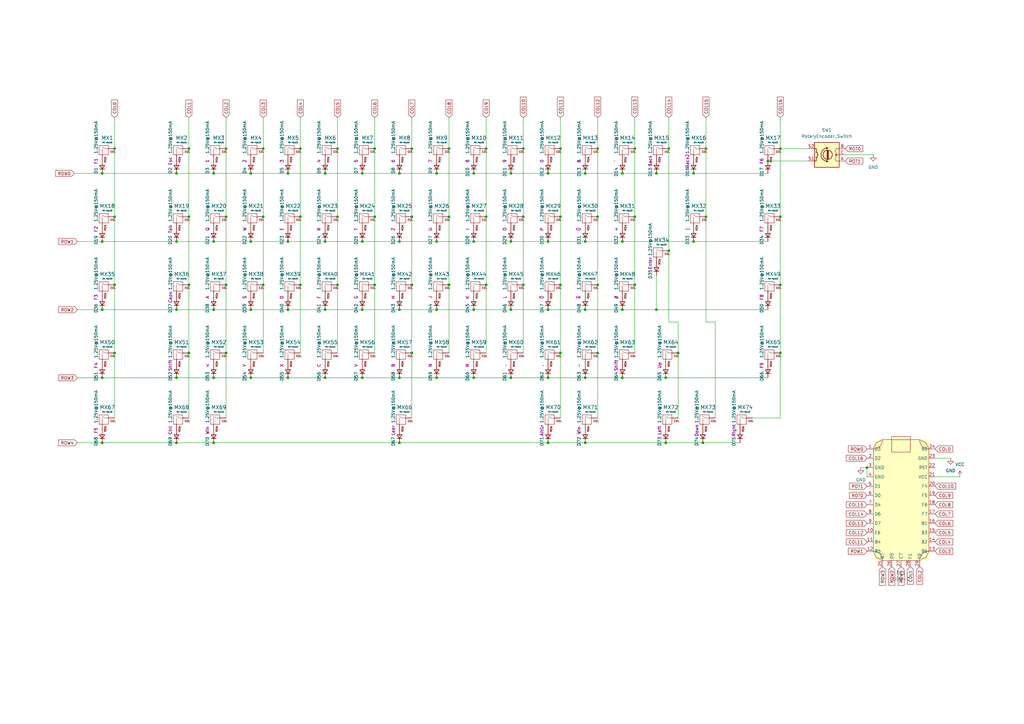
<source format=kicad_sch>
(kicad_sch (version 20211123) (generator eeschema)
  (paper "A3")
  (junction (at 278.13 144.78))
  (junction (at 168.91 144.78))
  (junction (at 168.91 60.96))
  (junction (at 148.59 127))
  (junction (at 46.99 144.78))
  (junction (at 224.79 99.06))
  (junction (at 72.39 99.06))
  (junction (at 163.83 154.94))
  (junction (at 92.71 144.78))
  (junction (at 123.19 60.96))
  (junction (at 168.91 116.84))
  (junction (at 255.27 154.94))
  (junction (at 163.83 99.06))
  (junction (at 245.11 144.78))
  (junction (at 87.63 71.12))
  (junction (at 72.39 71.12))
  (junction (at 72.39 154.94))
  (junction (at 77.47 88.9))
  (junction (at 224.79 154.94))
  (junction (at 209.55 154.94))
  (junction (at 260.35 116.84))
  (junction (at 274.32 102.87))
  (junction (at 138.43 60.96))
  (junction (at 229.87 60.96))
  (junction (at 102.87 127))
  (junction (at 133.35 154.94))
  (junction (at 118.11 127))
  (junction (at 274.32 60.96))
  (junction (at 41.91 154.94))
  (junction (at 107.95 116.84))
  (junction (at 229.87 144.78))
  (junction (at 209.55 127))
  (junction (at 102.87 99.06))
  (junction (at 199.39 60.96))
  (junction (at 46.99 116.84))
  (junction (at 138.43 116.84))
  (junction (at 194.31 71.12))
  (junction (at 269.24 71.12))
  (junction (at 102.87 71.12))
  (junction (at 92.71 88.9))
  (junction (at 284.48 71.12))
  (junction (at 209.55 99.06))
  (junction (at 214.63 116.84))
  (junction (at 245.11 60.96))
  (junction (at 138.43 88.9))
  (junction (at 46.99 60.96))
  (junction (at 240.03 154.94))
  (junction (at 289.56 60.96))
  (junction (at 240.03 127))
  (junction (at 284.48 99.06))
  (junction (at 107.95 60.96))
  (junction (at 224.79 127))
  (junction (at 168.91 88.9))
  (junction (at 102.87 154.94))
  (junction (at 214.63 88.9))
  (junction (at 163.83 127))
  (junction (at 229.87 116.84))
  (junction (at 320.04 60.96))
  (junction (at 224.79 181.61))
  (junction (at 240.03 99.06))
  (junction (at 260.35 60.96))
  (junction (at 179.07 71.12))
  (junction (at 229.87 88.9))
  (junction (at 255.27 99.06))
  (junction (at 184.15 88.9))
  (junction (at 153.67 116.84))
  (junction (at 148.59 71.12))
  (junction (at 184.15 60.96))
  (junction (at 194.31 127))
  (junction (at 194.31 154.94))
  (junction (at 179.07 99.06))
  (junction (at 320.04 116.84))
  (junction (at 87.63 99.06))
  (junction (at 163.83 181.61))
  (junction (at 153.67 60.96))
  (junction (at 214.63 60.96))
  (junction (at 163.83 71.12))
  (junction (at 148.59 99.06))
  (junction (at 41.91 71.12))
  (junction (at 41.91 99.06))
  (junction (at 260.35 88.9))
  (junction (at 133.35 71.12))
  (junction (at 118.11 154.94))
  (junction (at 199.39 88.9))
  (junction (at 320.04 144.78))
  (junction (at 245.11 116.84))
  (junction (at 87.63 154.94))
  (junction (at 255.27 71.12))
  (junction (at 41.91 181.61))
  (junction (at 224.79 71.12))
  (junction (at 355.6 191.77))
  (junction (at 184.15 116.84))
  (junction (at 133.35 127))
  (junction (at 92.71 116.84))
  (junction (at 153.67 88.9))
  (junction (at 148.59 154.94))
  (junction (at 87.63 181.61))
  (junction (at 273.05 154.94))
  (junction (at 77.47 144.78))
  (junction (at 92.71 60.96))
  (junction (at 314.96 66.04))
  (junction (at 77.47 116.84))
  (junction (at 179.07 127))
  (junction (at 77.47 60.96))
  (junction (at 245.11 88.9))
  (junction (at 123.19 88.9))
  (junction (at 87.63 127))
  (junction (at 199.39 116.84))
  (junction (at 118.11 99.06))
  (junction (at 240.03 181.61))
  (junction (at 41.91 127))
  (junction (at 123.19 116.84))
  (junction (at 269.24 127))
  (junction (at 46.99 88.9))
  (junction (at 72.39 127))
  (junction (at 288.29 181.61))
  (junction (at 273.05 181.61))
  (junction (at 240.03 71.12))
  (junction (at 133.35 99.06))
  (junction (at 107.95 88.9))
  (junction (at 194.31 99.06))
  (junction (at 209.55 71.12))
  (junction (at 320.04 88.9))
  (junction (at 255.27 127))
  (junction (at 118.11 71.12))
  (junction (at 72.39 181.61))
  (junction (at 289.56 88.9))
  (junction (at 179.07 154.94))
  (wire (pts (xy 72.39 181.61) (xy 87.63 181.61)))
  (wire (pts (xy 240.03 154.94) (xy 255.27 154.94)))
  (wire (pts (xy 41.91 99.06) (xy 72.39 99.06)))
  (wire (pts (xy 87.63 99.06) (xy 102.87 99.06)))
  (wire (pts (xy 184.15 88.9) (xy 184.15 116.84)))
  (wire (pts (xy 102.87 71.12) (xy 118.11 71.12)))
  (wire (pts (xy 118.11 71.12) (xy 133.35 71.12)))
  (wire (pts (xy 320.04 60.96) (xy 331.47 60.96)))
  (wire (pts (xy 153.67 60.96) (xy 153.67 88.9)))
  (wire (pts (xy 179.07 154.94) (xy 194.31 154.94)))
  (wire (pts (xy 168.91 144.78) (xy 168.91 171.45)))
  (wire (pts (xy 163.83 154.94) (xy 179.07 154.94)))
  (wire (pts (xy 289.56 48.26) (xy 289.56 60.96)))
  (wire (pts (xy 245.11 144.78) (xy 245.11 171.45)))
  (wire (pts (xy 269.24 71.12) (xy 284.48 71.12)))
  (wire (pts (xy 245.11 60.96) (xy 245.11 88.9)))
  (wire (pts (xy 260.35 116.84) (xy 260.35 144.78)))
  (wire (pts (xy 320.04 144.78) (xy 320.04 171.45)))
  (wire (pts (xy 87.63 127) (xy 102.87 127)))
  (wire (pts (xy 184.15 116.84) (xy 184.15 144.78)))
  (wire (pts (xy 123.19 116.84) (xy 123.19 144.78)))
  (wire (pts (xy 274.32 48.26) (xy 274.32 60.96)))
  (wire (pts (xy 293.37 132.08) (xy 293.37 171.45)))
  (wire (pts (xy 31.75 154.94) (xy 41.91 154.94)))
  (wire (pts (xy 314.96 127) (xy 269.24 127)))
  (wire (pts (xy 148.59 71.12) (xy 163.83 71.12)))
  (wire (pts (xy 255.27 127) (xy 269.24 127)))
  (wire (pts (xy 30.48 71.12) (xy 41.91 71.12)))
  (wire (pts (xy 72.39 99.06) (xy 87.63 99.06)))
  (wire (pts (xy 288.29 181.61) (xy 303.53 181.61)))
  (wire (pts (xy 138.43 88.9) (xy 138.43 116.84)))
  (wire (pts (xy 214.63 60.96) (xy 214.63 88.9)))
  (wire (pts (xy 118.11 154.94) (xy 133.35 154.94)))
  (wire (pts (xy 138.43 48.26) (xy 138.43 60.96)))
  (wire (pts (xy 72.39 71.12) (xy 87.63 71.12)))
  (wire (pts (xy 168.91 60.96) (xy 168.91 88.9)))
  (wire (pts (xy 320.04 116.84) (xy 320.04 144.78)))
  (wire (pts (xy 278.13 132.08) (xy 278.13 144.78)))
  (wire (pts (xy 214.63 48.26) (xy 214.63 60.96)))
  (wire (pts (xy 41.91 127) (xy 72.39 127)))
  (wire (pts (xy 229.87 48.26) (xy 229.87 60.96)))
  (wire (pts (xy 87.63 181.61) (xy 163.83 181.61)))
  (wire (pts (xy 320.04 88.9) (xy 320.04 116.84)))
  (wire (pts (xy 284.48 71.12) (xy 314.96 71.12)))
  (wire (pts (xy 46.99 60.96) (xy 46.99 88.9)))
  (wire (pts (xy 118.11 99.06) (xy 133.35 99.06)))
  (wire (pts (xy 138.43 116.84) (xy 138.43 144.78)))
  (wire (pts (xy 209.55 71.12) (xy 224.79 71.12)))
  (wire (pts (xy 240.03 71.12) (xy 255.27 71.12)))
  (wire (pts (xy 46.99 88.9) (xy 46.99 116.84)))
  (wire (pts (xy 229.87 144.78) (xy 229.87 171.45)))
  (wire (pts (xy 346.71 63.5) (xy 358.14 63.5)))
  (wire (pts (xy 123.19 48.26) (xy 123.19 60.96)))
  (wire (pts (xy 107.95 116.84) (xy 107.95 144.78)))
  (wire (pts (xy 153.67 48.26) (xy 153.67 60.96)))
  (wire (pts (xy 77.47 48.26) (xy 77.47 60.96)))
  (wire (pts (xy 245.11 116.84) (xy 245.11 144.78)))
  (wire (pts (xy 229.87 116.84) (xy 229.87 144.78)))
  (wire (pts (xy 269.24 127) (xy 269.24 113.03)))
  (wire (pts (xy 41.91 181.61) (xy 72.39 181.61)))
  (wire (pts (xy 194.31 99.06) (xy 209.55 99.06)))
  (wire (pts (xy 46.99 144.78) (xy 46.99 171.45)))
  (wire (pts (xy 214.63 88.9) (xy 214.63 116.84)))
  (wire (pts (xy 224.79 99.06) (xy 240.03 99.06)))
  (wire (pts (xy 92.71 88.9) (xy 92.71 116.84)))
  (wire (pts (xy 209.55 154.94) (xy 224.79 154.94)))
  (wire (pts (xy 133.35 99.06) (xy 148.59 99.06)))
  (wire (pts (xy 194.31 154.94) (xy 209.55 154.94)))
  (wire (pts (xy 229.87 60.96) (xy 229.87 88.9)))
  (wire (pts (xy 199.39 88.9) (xy 199.39 116.84)))
  (wire (pts (xy 107.95 48.26) (xy 107.95 60.96)))
  (wire (pts (xy 31.75 127) (xy 41.91 127)))
  (wire (pts (xy 209.55 99.06) (xy 224.79 99.06)))
  (wire (pts (xy 133.35 154.94) (xy 148.59 154.94)))
  (wire (pts (xy 320.04 60.96) (xy 320.04 88.9)))
  (wire (pts (xy 289.56 88.9) (xy 289.56 132.08)))
  (wire (pts (xy 240.03 127) (xy 255.27 127)))
  (wire (pts (xy 260.35 48.26) (xy 260.35 60.96)))
  (wire (pts (xy 77.47 116.84) (xy 77.47 144.78)))
  (wire (pts (xy 77.47 144.78) (xy 77.47 171.45)))
  (wire (pts (xy 87.63 154.94) (xy 102.87 154.94)))
  (wire (pts (xy 102.87 127) (xy 118.11 127)))
  (wire (pts (xy 179.07 99.06) (xy 194.31 99.06)))
  (wire (pts (xy 355.6 191.77) (xy 355.6 195.58)))
  (wire (pts (xy 199.39 60.96) (xy 199.39 88.9)))
  (wire (pts (xy 92.71 48.26) (xy 92.71 60.96)))
  (wire (pts (xy 199.39 116.84) (xy 199.39 144.78)))
  (wire (pts (xy 224.79 154.94) (xy 240.03 154.94)))
  (wire (pts (xy 148.59 99.06) (xy 163.83 99.06)))
  (wire (pts (xy 163.83 71.12) (xy 179.07 71.12)))
  (wire (pts (xy 107.95 60.96) (xy 107.95 88.9)))
  (wire (pts (xy 133.35 71.12) (xy 148.59 71.12)))
  (wire (pts (xy 184.15 48.26) (xy 184.15 60.96)))
  (wire (pts (xy 184.15 60.96) (xy 184.15 88.9)))
  (wire (pts (xy 260.35 88.9) (xy 260.35 116.84)))
  (wire (pts (xy 163.83 99.06) (xy 179.07 99.06)))
  (wire (pts (xy 163.83 127) (xy 179.07 127)))
  (wire (pts (xy 229.87 88.9) (xy 229.87 116.84)))
  (wire (pts (xy 41.91 154.94) (xy 72.39 154.94)))
  (wire (pts (xy 240.03 99.06) (xy 255.27 99.06)))
  (wire (pts (xy 224.79 71.12) (xy 240.03 71.12)))
  (wire (pts (xy 273.05 181.61) (xy 288.29 181.61)))
  (wire (pts (xy 199.39 48.26) (xy 199.39 60.96)))
  (wire (pts (xy 179.07 127) (xy 194.31 127)))
  (wire (pts (xy 107.95 88.9) (xy 107.95 116.84)))
  (wire (pts (xy 31.75 181.61) (xy 41.91 181.61)))
  (wire (pts (xy 168.91 48.26) (xy 168.91 60.96)))
  (wire (pts (xy 123.19 60.96) (xy 123.19 88.9)))
  (wire (pts (xy 163.83 181.61) (xy 224.79 181.61)))
  (wire (pts (xy 92.71 60.96) (xy 92.71 88.9)))
  (wire (pts (xy 314.96 66.04) (xy 331.47 66.04)))
  (wire (pts (xy 148.59 127) (xy 163.83 127)))
  (wire (pts (xy 209.55 127) (xy 224.79 127)))
  (wire (pts (xy 224.79 127) (xy 240.03 127)))
  (wire (pts (xy 194.31 127) (xy 209.55 127)))
  (wire (pts (xy 133.35 127) (xy 148.59 127)))
  (wire (pts (xy 245.11 48.26) (xy 245.11 60.96)))
  (wire (pts (xy 31.75 99.06) (xy 41.91 99.06)))
  (wire (pts (xy 320.04 48.26) (xy 320.04 60.96)))
  (wire (pts (xy 240.03 181.61) (xy 273.05 181.61)))
  (wire (pts (xy 194.31 71.12) (xy 209.55 71.12)))
  (wire (pts (xy 274.32 60.96) (xy 274.32 102.87)))
  (wire (pts (xy 278.13 144.78) (xy 278.13 171.45)))
  (wire (pts (xy 102.87 154.94) (xy 118.11 154.94)))
  (wire (pts (xy 77.47 88.9) (xy 77.47 116.84)))
  (wire (pts (xy 224.79 181.61) (xy 240.03 181.61)))
  (wire (pts (xy 123.19 88.9) (xy 123.19 116.84)))
  (wire (pts (xy 320.04 171.45) (xy 308.61 171.45)))
  (wire (pts (xy 92.71 116.84) (xy 92.71 144.78)))
  (wire (pts (xy 214.63 116.84) (xy 214.63 144.78)))
  (wire (pts (xy 284.48 99.06) (xy 314.96 99.06)))
  (wire (pts (xy 153.67 116.84) (xy 153.67 144.78)))
  (wire (pts (xy 179.07 71.12) (xy 194.31 71.12)))
  (wire (pts (xy 274.32 132.08) (xy 278.13 132.08)))
  (wire (pts (xy 138.43 60.96) (xy 138.43 88.9)))
  (wire (pts (xy 260.35 60.96) (xy 260.35 88.9)))
  (wire (pts (xy 92.71 144.78) (xy 92.71 171.45)))
  (wire (pts (xy 46.99 48.26) (xy 46.99 60.96)))
  (wire (pts (xy 72.39 154.94) (xy 87.63 154.94)))
  (wire (pts (xy 353.06 191.77) (xy 355.6 191.77)))
  (wire (pts (xy 102.87 99.06) (xy 118.11 99.06)))
  (wire (pts (xy 168.91 88.9) (xy 168.91 116.84)))
  (wire (pts (xy 168.91 116.84) (xy 168.91 144.78)))
  (wire (pts (xy 148.59 154.94) (xy 163.83 154.94)))
  (wire (pts (xy 289.56 132.08) (xy 293.37 132.08)))
  (wire (pts (xy 41.91 71.12) (xy 72.39 71.12)))
  (wire (pts (xy 289.56 60.96) (xy 289.56 88.9)))
  (wire (pts (xy 245.11 88.9) (xy 245.11 116.84)))
  (wire (pts (xy 393.7 195.58) (xy 383.54 195.58)))
  (wire (pts (xy 255.27 71.12) (xy 269.24 71.12)))
  (wire (pts (xy 274.32 102.87) (xy 274.32 132.08)))
  (wire (pts (xy 255.27 99.06) (xy 284.48 99.06)))
  (wire (pts (xy 273.05 154.94) (xy 314.96 154.94)))
  (wire (pts (xy 77.47 60.96) (xy 77.47 88.9)))
  (wire (pts (xy 118.11 127) (xy 133.35 127)))
  (wire (pts (xy 383.54 187.96) (xy 389.89 187.96)))
  (wire (pts (xy 255.27 154.94) (xy 273.05 154.94)))
  (wire (pts (xy 72.39 127) (xy 87.63 127)))
  (wire (pts (xy 153.67 88.9) (xy 153.67 116.84)))
  (wire (pts (xy 46.99 116.84) (xy 46.99 144.78)))
  (wire (pts (xy 87.63 71.12) (xy 102.87 71.12)))
  (global_label "COL2" (shape input) (at 377.19 232.41 270) (property "Intersheet References" "${INTERSHEET_REFS}" (effects hide)))
  (global_label "COL6" (shape input) (at 383.54 214.63 0) (property "Intersheet References" "${INTERSHEET_REFS}" (effects hide)))
  (global_label "COL12" (shape input) (at 245.11 48.26 90) (property "Intersheet References" "${INTERSHEET_REFS}" (effects hide)))
  (global_label "COL0" (shape input) (at 46.99 48.26 90) (property "Intersheet References" "${INTERSHEET_REFS}" (effects hide)))
  (global_label "COL14" (shape input) (at 355.6 210.82 180) (property "Intersheet References" "${INTERSHEET_REFS}" (effects hide)))
  (global_label "COL13" (shape input) (at 260.35 48.26 90) (property "Intersheet References" "${INTERSHEET_REFS}" (effects hide)))
  (global_label "COL16" (shape input) (at 355.6 187.96 180) (property "Intersheet References" "${INTERSHEET_REFS}" (effects hide)))
  (global_label "COL10" (shape input) (at 214.63 48.26 90) (property "Intersheet References" "${INTERSHEET_REFS}" (effects hide)))
  (global_label "COL14" (shape input) (at 274.32 48.26 90) (property "Intersheet References" "${INTERSHEET_REFS}" (effects hide)))
  (global_label "ROW2" (shape input) (at 365.76 232.41 270) (property "Intersheet References" "${INTERSHEET_REFS}" (effects hide)))
  (global_label "COL8" (shape input) (at 184.15 48.26 90) (property "Intersheet References" "${INTERSHEET_REFS}" (effects hide)))
  (global_label "ROW0" (shape input) (at 355.6 184.15 180) (property "Intersheet References" "${INTERSHEET_REFS}" (effects hide)))
  (global_label "COL0" (shape input) (at 383.54 184.15 0) (property "Intersheet References" "${INTERSHEET_REFS}" (effects hide)))
  (global_label "ROW3" (shape input) (at 31.75 154.94 180) (property "Intersheet References" "${INTERSHEET_REFS}" (effects hide)))
  (global_label "ROT0" (shape input) (at 355.6 203.2 180) (property "Intersheet References" "${INTERSHEET_REFS}" (effects hide)))
  (global_label "COL9" (shape input) (at 199.39 48.26 90) (property "Intersheet References" "${INTERSHEET_REFS}" (effects hide)))
  (global_label "ROW4" (shape input) (at 31.75 181.61 180) (property "Intersheet References" "${INTERSHEET_REFS}" (effects hide)))
  (global_label "COL1" (shape input) (at 77.47 48.26 90) (property "Intersheet References" "${INTERSHEET_REFS}" (effects hide)))
  (global_label "COL4" (shape input) (at 123.19 48.26 90) (property "Intersheet References" "${INTERSHEET_REFS}" (effects hide)))
  (global_label "COL3" (shape input) (at 107.95 48.26 90) (property "Intersheet References" "${INTERSHEET_REFS}" (effects hide)))
  (global_label "ROW2" (shape input) (at 31.75 127 180) (property "Intersheet References" "${INTERSHEET_REFS}" (effects hide)))
  (global_label "COL16" (shape input) (at 320.04 48.26 90) (property "Intersheet References" "${INTERSHEET_REFS}" (effects hide)))
  (global_label "COL15" (shape input) (at 355.6 207.01 180) (property "Intersheet References" "${INTERSHEET_REFS}" (effects hide)))
  (global_label "COL13" (shape input) (at 355.6 214.63 180) (property "Intersheet References" "${INTERSHEET_REFS}" (effects hide)))
  (global_label "ROW1" (shape input) (at 31.75 99.06 180) (property "Intersheet References" "${INTERSHEET_REFS}" (effects hide)))
  (global_label "COL4" (shape input) (at 383.54 222.25 0) (property "Intersheet References" "${INTERSHEET_REFS}" (effects hide)))
  (global_label "COL8" (shape input) (at 383.54 207.01 0) (property "Intersheet References" "${INTERSHEET_REFS}" (effects hide)))
  (global_label "ROW3" (shape input) (at 361.95 232.41 270) (property "Intersheet References" "${INTERSHEET_REFS}" (effects hide)))
  (global_label "ROT1" (shape input) (at 346.71 66.04 0) (property "Intersheet References" "${INTERSHEET_REFS}" (effects hide)))
  (global_label "ROW1" (shape input) (at 355.6 226.06 180) (property "Intersheet References" "${INTERSHEET_REFS}" (effects hide)))
  (global_label "COL11" (shape input) (at 355.6 222.25 180) (property "Intersheet References" "${INTERSHEET_REFS}" (effects hide)))
  (global_label "ROT1" (shape input) (at 355.6 199.39 180) (property "Intersheet References" "${INTERSHEET_REFS}" (effects hide)))
  (global_label "COL6" (shape input) (at 153.67 48.26 90) (property "Intersheet References" "${INTERSHEET_REFS}" (effects hide)))
  (global_label "ROT0" (shape input) (at 346.71 60.96 0) (property "Intersheet References" "${INTERSHEET_REFS}" (effects hide)))
  (global_label "ROW4" (shape input) (at 369.57 232.41 270) (property "Intersheet References" "${INTERSHEET_REFS}" (effects hide)))
  (global_label "COL7" (shape input) (at 168.91 48.26 90) (property "Intersheet References" "${INTERSHEET_REFS}" (effects hide)))
  (global_label "COL5" (shape input) (at 383.54 218.44 0) (property "Intersheet References" "${INTERSHEET_REFS}" (effects hide)))
  (global_label "COL9" (shape input) (at 383.54 203.2 0) (property "Intersheet References" "${INTERSHEET_REFS}" (effects hide)))
  (global_label "COL11" (shape input) (at 229.87 48.26 90) (property "Intersheet References" "${INTERSHEET_REFS}" (effects hide)))
  (global_label "COL12" (shape input) (at 355.6 218.44 180) (property "Intersheet References" "${INTERSHEET_REFS}" (effects hide)))
  (global_label "COL1" (shape input) (at 373.38 232.41 270) (property "Intersheet References" "${INTERSHEET_REFS}" (effects hide)))
  (global_label "COL5" (shape input) (at 138.43 48.26 90) (property "Intersheet References" "${INTERSHEET_REFS}" (effects hide)))
  (global_label "COL2" (shape input) (at 92.71 48.26 90) (property "Intersheet References" "${INTERSHEET_REFS}" (effects hide)))
  (global_label "COL7" (shape input) (at 383.54 210.82 0) (property "Intersheet References" "${INTERSHEET_REFS}" (effects hide)))
  (global_label "ROW0" (shape input) (at 30.48 71.12 180) (property "Intersheet References" "${INTERSHEET_REFS}" (effects hide)))
  (global_label "COL3" (shape input) (at 383.54 226.06 0) (property "Intersheet References" "${INTERSHEET_REFS}" (effects hide)))
  (global_label "COL15" (shape input) (at 289.56 48.26 90) (property "Intersheet References" "${INTERSHEET_REFS}" (effects hide)))
  (global_label "COL10" (shape input) (at 383.54 199.39 0) (property "Intersheet References" "${INTERSHEET_REFS}" (effects hide)))
  (symbol (lib_id "pcb-rescue:MX-NoLED-MX_Alps_Hybrid") (at 119.38 118.11 0) (unit 1)
    (property "Reference" "MX39" (at 120.2182 112.4458 0) (effects (font (size 1.524 1.524))))
    (property "Value" "MX-NoLED" (at 120.2182 114.3254 0) (effects (font (size 0.508 0.508))))
    (property "Footprint" "mx-switches:CherryMX-1.00U" (effects hide))
  )
  (symbol (lib_id "led:D_Small") (at 72.39 96.52 90) (unit 1)
    (property "Reference" "D20" (at 69.85 96.52 0) (effects (justify right)))
    (property "Value" "1.25V@150mA" (at 69.85 77.47 0) (effects (justify right)))
    (property "Footprint" "led:D_SOD-123" (effects hide))
    (property "Name" "Tab" (at 69.85 93.98 0))
    (property "Item" "1N4148W" (effects hide))
    (property "LCSC" "https://lcsc.com/product-detail/Switching-Diode_GOODWORK-1N4148W_C909967.html" (effects hide))
    (property "LCSC Part" "C77978" (effects hide))
  )
  (symbol (lib_id "pcb-rescue:MX-NoLED-MX_Alps_Hybrid") (at 43.18 172.72 0) (unit 1)
    (property "Reference" "MX67" (at 44.0182 167.0558 0) (effects (font (size 1.524 1.524))))
    (property "Value" "MX-NoLED" (at 44.0182 168.9354 0) (effects (font (size 0.508 0.508))))
    (property "Footprint" "mx-switches:CherryMX-1.00U" (effects hide))
  )
  (symbol (lib_id "led:D_Small") (at 179.07 124.46 90) (unit 1)
    (property "Reference" "D44" (at 176.53 124.46 0) (effects (justify right)))
    (property "Value" "1.25V@150mA" (at 176.53 105.41 0) (effects (justify right)))
    (property "Footprint" "led:D_SOD-123" (effects hide))
    (property "Name" "J" (at 176.53 121.92 0))
    (property "Item" "1N4148W" (effects hide))
    (property "LCSC" "https://lcsc.com/product-detail/Switching-Diode_GOODWORK-1N4148W_C909967.html" (effects hide))
    (property "LCSC Part" "C77978" (effects hide))
  )
  (symbol (lib_id "led:D_Small") (at 102.87 124.46 90) (unit 1)
    (property "Reference" "D39" (at 100.33 124.46 0) (effects (justify right)))
    (property "Value" "1.25V@150mA" (at 100.33 105.41 0) (effects (justify right)))
    (property "Footprint" "led:D_SOD-123" (effects hide))
    (property "Name" "S" (at 100.33 121.92 0))
    (property "Item" "1N4148W" (effects hide))
    (property "LCSC" "https://lcsc.com/product-detail/Switching-Diode_GOODWORK-1N4148W_C909967.html" (effects hide))
    (property "LCSC Part" "C77978" (effects hide))
  )
  (symbol (lib_id "pcb-rescue:MX-NoLED-MX_Alps_Hybrid") (at 195.58 118.11 0) (unit 1)
    (property "Reference" "MX44" (at 196.4182 112.4458 0) (effects (font (size 1.524 1.524))))
    (property "Value" "MX-NoLED" (at 196.4182 114.3254 0) (effects (font (size 0.508 0.508))))
    (property "Footprint" "mx-switches:CherryMX-1.00U" (effects hide))
  )
  (symbol (lib_id "led:D_Small") (at 303.53 179.07 90) (unit 1)
    (property "Reference" "D75" (at 300.99 179.07 0) (effects (justify right)))
    (property "Value" "1.25V@150mA" (at 300.99 160.02 0) (effects (justify right)))
    (property "Footprint" "led:D_SOD-123" (effects hide))
    (property "Name" "Right" (at 300.99 176.53 0))
    (property "Item" "1N4148W" (effects hide))
    (property "LCSC" "https://lcsc.com/product-detail/Switching-Diode_GOODWORK-1N4148W_C909967.html" (effects hide))
    (property "LCSC Part" "C77978" (effects hide))
  )
  (symbol (lib_id "pcb-rescue:MX-NoLED-MX_Alps_Hybrid") (at 289.56 172.72 0) (unit 1)
    (property "Reference" "MX73" (at 290.3982 167.0558 0) (effects (font (size 1.524 1.524))))
    (property "Value" "MX-NoLED" (at 290.3982 168.9354 0) (effects (font (size 0.508 0.508))))
    (property "Footprint" "mx-switches:CherryMX-1.00U" (effects hide))
  )
  (symbol (lib_id "power:GND") (at 353.06 191.77 0) (unit 1)
    (property "Reference" "#PWR03" (effects hide))
    (property "Value" "GND" (at 353.06 196.85 0))
  )
  (symbol (lib_id "led:D_Small") (at 179.07 152.4 90) (unit 1)
    (property "Reference" "D59" (at 176.53 152.4 0) (effects (justify right)))
    (property "Value" "1.25V@150mA" (at 176.53 133.35 0) (effects (justify right)))
    (property "Footprint" "led:D_SOD-123" (effects hide))
    (property "Name" "N" (at 176.53 149.86 0))
    (property "Item" "1N4148W" (effects hide))
    (property "LCSC" "https://lcsc.com/product-detail/Switching-Diode_GOODWORK-1N4148W_C909967.html" (effects hide))
    (property "LCSC Part" "C77978" (effects hide))
  )
  (symbol (lib_id "led:D_Small") (at 224.79 179.07 90) (unit 1)
    (property "Reference" "D71" (at 222.25 179.07 0) (effects (justify right)))
    (property "Value" "1.25V@150mA" (at 222.25 160.02 0) (effects (justify right)))
    (property "Footprint" "led:D_SOD-123" (effects hide))
    (property "Name" "AltGr" (at 222.25 176.53 0))
    (property "Item" "1N4148W" (effects hide))
    (property "LCSC" "https://lcsc.com/product-detail/Switching-Diode_GOODWORK-1N4148W_C909967.html" (effects hide))
    (property "LCSC Part" "C77978" (effects hide))
  )
  (symbol (lib_id "led:D_Small") (at 224.79 96.52 90) (unit 1)
    (property "Reference" "D30" (at 222.25 96.52 0) (effects (justify right)))
    (property "Value" "1.25V@150mA" (at 222.25 77.47 0) (effects (justify right)))
    (property "Footprint" "led:D_SOD-123" (effects hide))
    (property "Name" "P" (at 222.25 93.98 0))
    (property "Item" "1N4148W" (effects hide))
    (property "LCSC" "https://lcsc.com/product-detail/Switching-Diode_GOODWORK-1N4148W_C909967.html" (effects hide))
    (property "LCSC Part" "C77978" (effects hide))
  )
  (symbol (lib_id "led:D_Small") (at 133.35 152.4 90) (unit 1)
    (property "Reference" "D56" (at 130.81 152.4 0) (effects (justify right)))
    (property "Value" "1.25V@150mA" (at 130.81 133.35 0) (effects (justify right)))
    (property "Footprint" "led:D_SOD-123" (effects hide))
    (property "Name" "C" (at 130.81 149.86 0))
    (property "Item" "1N4148W" (effects hide))
    (property "LCSC" "https://lcsc.com/product-detail/Switching-Diode_GOODWORK-1N4148W_C909967.html" (effects hide))
    (property "LCSC Part" "C77978" (effects hide))
  )
  (symbol (lib_id "pcb-rescue:MX-NoLED-MX_Alps_Hybrid") (at 149.86 90.17 0) (unit 1)
    (property "Reference" "MX24" (at 150.6982 84.5058 0) (effects (font (size 1.524 1.524))))
    (property "Value" "MX-NoLED" (at 150.6982 86.3854 0) (effects (font (size 0.508 0.508))))
    (property "Footprint" "mx-switches:CherryMX-1.00U" (effects hide))
  )
  (symbol (lib_id "led:D_Small") (at 240.03 124.46 90) (unit 1)
    (property "Reference" "D48" (at 237.49 124.46 0) (effects (justify right)))
    (property "Value" "1.25V@150mA" (at 237.49 105.41 0) (effects (justify right)))
    (property "Footprint" "led:D_SOD-123" (effects hide))
    (property "Name" "Ä" (at 237.49 121.92 0))
    (property "Item" "1N4148W" (effects hide))
    (property "LCSC" "https://lcsc.com/product-detail/Switching-Diode_GOODWORK-1N4148W_C909967.html" (effects hide))
    (property "LCSC Part" "C77978" (effects hide))
  )
  (symbol (lib_id "led:D_Small") (at 87.63 96.52 90) (unit 1)
    (property "Reference" "D21" (at 85.09 96.52 0) (effects (justify right)))
    (property "Value" "1.25V@150mA" (at 85.09 77.47 0) (effects (justify right)))
    (property "Footprint" "led:D_SOD-123" (effects hide))
    (property "Name" "Q" (at 85.09 93.98 0))
    (property "Item" "1N4148W" (effects hide))
    (property "LCSC" "https://lcsc.com/product-detail/Switching-Diode_GOODWORK-1N4148W_C909967.html" (effects hide))
    (property "LCSC Part" "C77978" (effects hide))
  )
  (symbol (lib_id "pcb-rescue:MX-NoLED-MX_Alps_Hybrid") (at 274.32 172.72 0) (unit 1)
    (property "Reference" "MX72" (at 275.1582 167.0558 0) (effects (font (size 1.524 1.524))))
    (property "Value" "MX-NoLED" (at 275.1582 168.9354 0) (effects (font (size 0.508 0.508))))
    (property "Footprint" "mx-switches:CherryMX-1.00U" (effects hide))
  )
  (symbol (lib_id "led:D_Small") (at 255.27 124.46 90) (unit 1)
    (property "Reference" "D49" (at 252.73 124.46 0) (effects (justify right)))
    (property "Value" "1.25V@150mA" (at 252.73 105.41 0) (effects (justify right)))
    (property "Footprint" "led:D_SOD-123" (effects hide))
    (property "Name" "#" (at 252.73 121.92 0))
    (property "Item" "1N4148W" (effects hide))
    (property "LCSC" "https://lcsc.com/product-detail/Switching-Diode_GOODWORK-1N4148W_C909967.html" (effects hide))
    (property "LCSC Part" "C77978" (effects hide))
  )
  (symbol (lib_id "pcb-rescue:MX-NoLED-MX_Alps_Hybrid") (at 165.1 62.23 0) (unit 1)
    (property "Reference" "MX8" (at 165.9382 56.5658 0) (effects (font (size 1.524 1.524))))
    (property "Value" "MX-NoLED" (at 165.9382 58.4454 0) (effects (font (size 0.508 0.508))))
    (property "Footprint" "mx-switches:CherryMX-1.00U" (effects hide))
  )
  (symbol (lib_id "pcb-rescue:MX-NoLED-MX_Alps_Hybrid") (at 226.06 146.05 0) (unit 1)
    (property "Reference" "MX61" (at 226.8982 140.3858 0) (effects (font (size 1.524 1.524))))
    (property "Value" "MX-NoLED" (at 226.8982 142.2654 0) (effects (font (size 0.508 0.508))))
    (property "Footprint" "mx-switches:CherryMX-1.00U" (effects hide))
  )
  (symbol (lib_id "pcb-rescue:MX-NoLED-MX_Alps_Hybrid") (at 43.18 90.17 0) (unit 1)
    (property "Reference" "MX18" (at 44.0182 84.5058 0) (effects (font (size 1.524 1.524))))
    (property "Value" "MX-NoLED" (at 44.0182 86.3854 0) (effects (font (size 0.508 0.508))))
    (property "Footprint" "mx-switches:CherryMX-1.00U" (effects hide))
  )
  (symbol (lib_id "pcb-rescue:MX-NoLED-MX_Alps_Hybrid") (at 195.58 90.17 0) (unit 1)
    (property "Reference" "MX27" (at 196.4182 84.5058 0) (effects (font (size 1.524 1.524))))
    (property "Value" "MX-NoLED" (at 196.4182 86.3854 0) (effects (font (size 0.508 0.508))))
    (property "Footprint" "mx-switches:CherryMX-1.00U" (effects hide))
  )
  (symbol (lib_id "led:D_Small") (at 269.24 68.58 90) (unit 1)
    (property "Reference" "D15" (at 266.7 68.58 0) (effects (justify right)))
    (property "Value" "1.25V@150mA" (at 266.7 49.53 0) (effects (justify right)))
    (property "Footprint" "led:D_SOD-123" (effects hide))
    (property "Name" "Back" (at 266.7 66.04 0))
    (property "Item" "1N4148W" (effects hide))
    (property "LCSC" "https://lcsc.com/product-detail/Switching-Diode_GOODWORK-1N4148W_C909967.html" (effects hide))
    (property "LCSC Part" "C77978" (effects hide))
  )
  (symbol (lib_id "pcb-rescue:MX-NoLED-MX_Alps_Hybrid") (at 73.66 62.23 0) (unit 1)
    (property "Reference" "MX2" (at 74.4982 56.5658 0) (effects (font (size 1.524 1.524))))
    (property "Value" "MX-NoLED" (at 74.4982 58.4454 0) (effects (font (size 0.508 0.508))))
    (property "Footprint" "mx-switches:CherryMX-1.00U" (effects hide))
  )
  (symbol (lib_id "pcb-rescue:MX-NoLED-MX_Alps_Hybrid") (at 241.3 118.11 0) (unit 1)
    (property "Reference" "MX47" (at 242.1382 112.4458 0) (effects (font (size 1.524 1.524))))
    (property "Value" "MX-NoLED" (at 242.1382 114.3254 0) (effects (font (size 0.508 0.508))))
    (property "Footprint" "mx-switches:CherryMX-1.00U" (effects hide))
  )
  (symbol (lib_id "microcontroller:Elite-C") (at 369.57 203.2 0) (unit 1)
    (property "Reference" "EC1" (at 369.57 234.95 0))
    (property "Value" "Elite-C" (at 369.57 237.49 0))
    (property "Footprint" "Keebio-Parts:Elite-C-castellated-29pin-holes" (effects hide))
  )
  (symbol (lib_id "pcb-rescue:MX-NoLED-MX_Alps_Hybrid") (at 134.62 118.11 0) (unit 1)
    (property "Reference" "MX40" (at 135.4582 112.4458 0) (effects (font (size 1.524 1.524))))
    (property "Value" "MX-NoLED" (at 135.4582 114.3254 0) (effects (font (size 0.508 0.508))))
    (property "Footprint" "mx-switches:CherryMX-1.00U" (effects hide))
  )
  (symbol (lib_id "pcb-rescue:MX-NoLED-MX_Alps_Hybrid") (at 210.82 62.23 0) (unit 1)
    (property "Reference" "MX11" (at 211.6582 56.5658 0) (effects (font (size 1.524 1.524))))
    (property "Value" "MX-NoLED" (at 211.6582 58.4454 0) (effects (font (size 0.508 0.508))))
    (property "Footprint" "mx-switches:CherryMX-1.00U" (effects hide))
  )
  (symbol (lib_id "led:D_Small") (at 194.31 68.58 90) (unit 1)
    (property "Reference" "D10" (at 191.77 68.58 0) (effects (justify right)))
    (property "Value" "1.25V@150mA" (at 191.77 49.53 0) (effects (justify right)))
    (property "Footprint" "led:D_SOD-123" (effects hide))
    (property "Name" "8" (at 191.77 66.04 0))
    (property "Item" "1N4148W" (effects hide))
    (property "LCSC" "https://lcsc.com/product-detail/Switching-Diode_GOODWORK-1N4148W_C909967.html" (effects hide))
    (property "LCSC Part" "C77978" (effects hide))
  )
  (symbol (lib_id "pcb-rescue:MX-NoLED-MX_Alps_Hybrid") (at 226.06 62.23 0) (unit 1)
    (property "Reference" "MX12" (at 226.8982 56.5658 0) (effects (font (size 1.524 1.524))))
    (property "Value" "MX-NoLED" (at 226.8982 58.4454 0) (effects (font (size 0.508 0.508))))
    (property "Footprint" "mx-switches:CherryMX-1.00U" (effects hide))
  )
  (symbol (lib_id "led:D_Small") (at 314.96 68.58 90) (unit 1)
    (property "Reference" "D17" (at 312.42 68.58 0) (effects (justify right)))
    (property "Value" "1.25V@150mA" (at 312.42 49.53 0) (effects (justify right)))
    (property "Footprint" "led:D_SOD-123" (effects hide))
    (property "Name" "F6" (at 312.42 66.04 0))
    (property "Item" "1N4148W" (effects hide))
    (property "LCSC" "https://lcsc.com/product-detail/Switching-Diode_GOODWORK-1N4148W_C909967.html" (effects hide))
    (property "LCSC Part" "C77978" (effects hide))
  )
  (symbol (lib_id "led:D_Small") (at 224.79 68.58 90) (unit 1)
    (property "Reference" "D12" (at 222.25 68.58 0) (effects (justify right)))
    (property "Value" "1.25V@150mA" (at 222.25 49.53 0) (effects (justify right)))
    (property "Footprint" "led:D_SOD-123" (effects hide))
    (property "Name" "0" (at 222.25 66.04 0))
    (property "Item" "1N4148W" (effects hide))
    (property "LCSC" "https://lcsc.com/product-detail/Switching-Diode_GOODWORK-1N4148W_C909967.html" (effects hide))
    (property "LCSC Part" "C77978" (effects hide))
  )
  (symbol (lib_id "led:D_Small") (at 273.05 179.07 90) (unit 1)
    (property "Reference" "D73" (at 270.51 179.07 0) (effects (justify right)))
    (property "Value" "1.25V@150mA" (at 270.51 160.02 0) (effects (justify right)))
    (property "Footprint" "led:D_SOD-123" (effects hide))
    (property "Name" "Left" (at 270.51 176.53 0))
    (property "Item" "1N4148W" (effects hide))
    (property "LCSC" "https://lcsc.com/product-detail/Switching-Diode_GOODWORK-1N4148W_C909967.html" (effects hide))
    (property "LCSC Part" "C77978" (effects hide))
  )
  (symbol (lib_id "pcb-rescue:MX-NoLED-MX_Alps_Hybrid") (at 210.82 90.17 0) (unit 1)
    (property "Reference" "MX28" (at 211.6582 84.5058 0) (effects (font (size 1.524 1.524))))
    (property "Value" "MX-NoLED" (at 211.6582 86.3854 0) (effects (font (size 0.508 0.508))))
    (property "Footprint" "mx-switches:CherryMX-1.00U" (effects hide))
  )
  (symbol (lib_id "led:D_Small") (at 148.59 124.46 90) (unit 1)
    (property "Reference" "D42" (at 146.05 124.46 0) (effects (justify right)))
    (property "Value" "1.25V@150mA" (at 146.05 105.41 0) (effects (justify right)))
    (property "Footprint" "led:D_SOD-123" (effects hide))
    (property "Name" "G" (at 146.05 121.92 0))
    (property "Item" "1N4148W" (effects hide))
    (property "LCSC" "https://lcsc.com/product-detail/Switching-Diode_GOODWORK-1N4148W_C909967.html" (effects hide))
    (property "LCSC Part" "C77978" (effects hide))
  )
  (symbol (lib_id "pcb-rescue:MX-NoLED-MX_Alps_Hybrid") (at 226.06 172.72 0) (unit 1)
    (property "Reference" "MX70" (at 226.8982 167.0558 0) (effects (font (size 1.524 1.524))))
    (property "Value" "MX-NoLED" (at 226.8982 168.9354 0) (effects (font (size 0.508 0.508))))
    (property "Footprint" "mx-switches:CherryMX-1.25U" (effects hide))
  )
  (symbol (lib_id "led:D_Small") (at 163.83 68.58 90) (unit 1)
    (property "Reference" "D8" (at 161.29 68.58 0) (effects (justify right)))
    (property "Value" "1.25V@150mA" (at 161.29 49.53 0) (effects (justify right)))
    (property "Footprint" "led:D_SOD-123" (effects hide))
    (property "Name" "6" (at 161.29 66.04 0))
    (property "Item" "1N4148W" (effects hide))
    (property "LCSC" "https://lcsc.com/product-detail/Switching-Diode_GOODWORK-1N4148W_C909967.html" (effects hide))
    (property "LCSC Part" "C77978" (effects hide))
  )
  (symbol (lib_id "pcb-rescue:MX-NoLED-MX_Alps_Hybrid") (at 256.54 146.05 0) (unit 1)
    (property "Reference" "MX63" (at 257.3782 140.3858 0) (effects (font (size 1.524 1.524))))
    (property "Value" "MX-NoLED" (at 257.3782 142.2654 0) (effects (font (size 0.508 0.508))))
    (property "Footprint" "mx-switches:CherryMX-1.75U" (effects hide))
  )
  (symbol (lib_id "led:D_Small") (at 41.91 96.52 90) (unit 1)
    (property "Reference" "D19" (at 39.37 96.52 0) (effects (justify right)))
    (property "Value" "1.25V@150mA" (at 39.37 77.47 0) (effects (justify right)))
    (property "Footprint" "led:D_SOD-123" (effects hide))
    (property "Name" "F2" (at 39.37 93.98 0))
    (property "Item" "1N4148W" (effects hide))
    (property "LCSC" "https://lcsc.com/product-detail/Switching-Diode_GOODWORK-1N4148W_C909967.html" (effects hide))
    (property "LCSC Part" "C77978" (effects hide))
  )
  (symbol (lib_id "pcb-rescue:MX-NoLED-MX_Alps_Hybrid") (at 165.1 118.11 0) (unit 1)
    (property "Reference" "MX42" (at 165.9382 112.4458 0) (effects (font (size 1.524 1.524))))
    (property "Value" "MX-NoLED" (at 165.9382 114.3254 0) (effects (font (size 0.508 0.508))))
    (property "Footprint" "mx-switches:CherryMX-1.00U" (effects hide))
  )
  (symbol (lib_id "led:D_Small") (at 255.27 96.52 90) (unit 1)
    (property "Reference" "D32" (at 252.73 96.52 0) (effects (justify right)))
    (property "Value" "1.25V@150mA" (at 252.73 77.47 0) (effects (justify right)))
    (property "Footprint" "led:D_SOD-123" (effects hide))
    (property "Name" "+" (at 252.73 93.98 0))
    (property "Item" "1N4148W" (effects hide))
    (property "LCSC" "https://lcsc.com/product-detail/Switching-Diode_GOODWORK-1N4148W_C909967.html" (effects hide))
    (property "LCSC Part" "C77978" (effects hide))
  )
  (symbol (lib_id "led:D_Small") (at 240.03 152.4 90) (unit 1)
    (property "Reference" "D63" (at 237.49 152.4 0) (effects (justify right)))
    (property "Value" "1.25V@150mA" (at 237.49 133.35 0) (effects (justify right)))
    (property "Footprint" "led:D_SOD-123" (effects hide))
    (property "Name" "-" (at 237.49 149.86 0))
    (property "Item" "1N4148W" (effects hide))
    (property "LCSC" "https://lcsc.com/product-detail/Switching-Diode_GOODWORK-1N4148W_C909967.html" (effects hide))
    (property "LCSC Part" "C77978" (effects hide))
  )
  (symbol (lib_id "led:D_Small") (at 102.87 152.4 90) (unit 1)
    (property "Reference" "D54" (at 100.33 152.4 0) (effects (justify right)))
    (property "Value" "1.25V@150mA" (at 100.33 133.35 0) (effects (justify right)))
    (property "Footprint" "led:D_SOD-123" (effects hide))
    (property "Name" "Y" (at 100.33 149.86 0))
    (property "Item" "1N4148W" (effects hide))
    (property "LCSC" "https://lcsc.com/product-detail/Switching-Diode_GOODWORK-1N4148W_C909967.html" (effects hide))
    (property "LCSC Part" "C77978" (effects hide))
  )
  (symbol (lib_id "pcb-rescue:MX-NoLED-MX_Alps_Hybrid") (at 241.3 62.23 0) (unit 1)
    (property "Reference" "MX13" (at 242.1382 56.5658 0) (effects (font (size 1.524 1.524))))
    (property "Value" "MX-NoLED" (at 242.1382 58.4454 0) (effects (font (size 0.508 0.508))))
    (property "Footprint" "mx-switches:CherryMX-1.00U" (effects hide))
  )
  (symbol (lib_id "led:D_Small") (at 118.11 68.58 90) (unit 1)
    (property "Reference" "D5" (at 115.57 68.58 0) (effects (justify right)))
    (property "Value" "1.25V@150mA" (at 115.57 49.53 0) (effects (justify right)))
    (property "Footprint" "led:D_SOD-123" (effects hide))
    (property "Name" "3" (at 115.57 66.04 0))
    (property "Item" "1N4148W" (effects hide))
    (property "LCSC" "https://lcsc.com/product-detail/Switching-Diode_GOODWORK-1N4148W_C909967.html" (effects hide))
    (property "LCSC Part" "C77978" (effects hide))
  )
  (symbol (lib_id "pcb-rescue:MX-NoLED-MX_Alps_Hybrid") (at 88.9 146.05 0) (unit 1)
    (property "Reference" "MX52" (at 89.7382 140.3858 0) (effects (font (size 1.524 1.524))))
    (property "Value" "MX-NoLED" (at 89.7382 142.2654 0) (effects (font (size 0.508 0.508))))
    (property "Footprint" "mx-switches:CherryMX-1.00U" (effects hide))
  )
  (symbol (lib_id "pcb-rescue:MX-NoLED-MX_Alps_Hybrid") (at 43.18 146.05 0) (unit 1)
    (property "Reference" "MX50" (at 44.0182 140.3858 0) (effects (font (size 1.524 1.524))))
    (property "Value" "MX-NoLED" (at 44.0182 142.2654 0) (effects (font (size 0.508 0.508))))
    (property "Footprint" "mx-switches:CherryMX-1.00U" (effects hide))
  )
  (symbol (lib_id "pcb-rescue:MX-NoLED-MX_Alps_Hybrid") (at 285.75 62.23 0) (unit 1)
    (property "Reference" "MX16" (at 286.5882 56.5658 0) (effects (font (size 1.524 1.524))))
    (property "Value" "MX-NoLED" (at 286.5882 58.4454 0) (effects (font (size 0.508 0.508))))
    (property "Footprint" "mx-switches:CherryMX-1.00U" (effects hide))
  )
  (symbol (lib_id "led:D_Small") (at 209.55 96.52 90) (unit 1)
    (property "Reference" "D29" (at 207.01 96.52 0) (effects (justify right)))
    (property "Value" "1.25V@150mA" (at 207.01 77.47 0) (effects (justify right)))
    (property "Footprint" "led:D_SOD-123" (effects hide))
    (property "Name" "O" (at 207.01 93.98 0))
    (property "Item" "1N4148W" (effects hide))
    (property "LCSC" "https://lcsc.com/product-detail/Switching-Diode_GOODWORK-1N4148W_C909967.html" (effects hide))
    (property "LCSC Part" "C77978" (effects hide))
  )
  (symbol (lib_id "pcb-rescue:MX-NoLED-MX_Alps_Hybrid") (at 104.14 90.17 0) (unit 1)
    (property "Reference" "MX21" (at 104.9782 84.5058 0) (effects (font (size 1.524 1.524))))
    (property "Value" "MX-NoLED" (at 104.9782 86.3854 0) (effects (font (size 0.508 0.508))))
    (property "Footprint" "mx-switches:CherryMX-1.00U" (effects hide))
  )
  (symbol (lib_id "led:D_Small") (at 118.11 96.52 90) (unit 1)
    (property "Reference" "D23" (at 115.57 96.52 0) (effects (justify right)))
    (property "Value" "1.25V@150mA" (at 115.57 77.47 0) (effects (justify right)))
    (property "Footprint" "led:D_SOD-123" (effects hide))
    (property "Name" "E" (at 115.57 93.98 0))
    (property "Item" "1N4148W" (effects hide))
    (property "LCSC" "https://lcsc.com/product-detail/Switching-Diode_GOODWORK-1N4148W_C909967.html" (effects hide))
    (property "LCSC Part" "C77978" (effects hide))
  )
  (symbol (lib_id "pcb-rescue:MX-NoLED-MX_Alps_Hybrid") (at 104.14 62.23 0) (unit 1)
    (property "Reference" "MX4" (at 104.9782 56.5658 0) (effects (font (size 1.524 1.524))))
    (property "Value" "MX-NoLED" (at 104.9782 58.4454 0) (effects (font (size 0.508 0.508))))
    (property "Footprint" "mx-switches:CherryMX-1.00U" (effects hide))
  )
  (symbol (lib_id "led:D_Small") (at 209.55 68.58 90) (unit 1)
    (property "Reference" "D11" (at 207.01 68.58 0) (effects (justify right)))
    (property "Value" "1.25V@150mA" (at 207.01 49.53 0) (effects (justify right)))
    (property "Footprint" "led:D_SOD-123" (effects hide))
    (property "Name" "9" (at 207.01 66.04 0))
    (property "Item" "1N4148W" (effects hide))
    (property "LCSC" "https://lcsc.com/product-detail/Switching-Diode_GOODWORK-1N4148W_C909967.html" (effects hide))
    (property "LCSC Part" "C77978" (effects hide))
  )
  (symbol (lib_id "pcb-rescue:MX-NoLED-MX_Alps_Hybrid") (at 270.51 104.14 0) (unit 1)
    (property "Reference" "MX34" (at 271.3482 98.4758 0) (effects (font (size 1.524 1.524))))
    (property "Value" "MX-NoLED" (at 271.3482 100.3554 0) (effects (font (size 0.508 0.508))))
    (property "Footprint" "mx-switches:CherryMX-ISOEnter+ANSIEnter" (effects hide))
  )
  (symbol (lib_id "led:D_Small") (at 102.87 96.52 90) (unit 1)
    (property "Reference" "D22" (at 100.33 96.52 0) (effects (justify right)))
    (property "Value" "1.25V@150mA" (at 100.33 77.47 0) (effects (justify right)))
    (property "Footprint" "led:D_SOD-123" (effects hide))
    (property "Name" "W" (at 100.33 93.98 0))
    (property "Item" "1N4148W" (effects hide))
    (property "LCSC" "https://lcsc.com/product-detail/Switching-Diode_GOODWORK-1N4148W_C909967.html" (effects hide))
    (property "LCSC Part" "C77978" (effects hide))
  )
  (symbol (lib_id "led:D_Small") (at 284.48 68.58 90) (unit 1)
    (property "Reference" "D16" (at 281.94 68.58 0) (effects (justify right)))
    (property "Value" "1.25V@150mA" (at 281.94 49.53 0) (effects (justify right)))
    (property "Footprint" "led:D_SOD-123" (effects hide))
    (property "Name" "Back2" (at 281.94 66.04 0))
    (property "Item" "1N4148W" (effects hide))
    (property "LCSC" "https://lcsc.com/product-detail/Switching-Diode_GOODWORK-1N4148W_C909967.html" (effects hide))
    (property "LCSC Part" "C77978" (effects hide))
  )
  (symbol (lib_id "pcb-rescue:MX-NoLED-MX_Alps_Hybrid") (at 149.86 146.05 0) (unit 1)
    (property "Reference" "MX56" (at 150.6982 140.3858 0) (effects (font (size 1.524 1.524))))
    (property "Value" "MX-NoLED" (at 150.6982 142.2654 0) (effects (font (size 0.508 0.508))))
    (property "Footprint" "mx-switches:CherryMX-1.00U" (effects hide))
  )
  (symbol (lib_id "pcb-rescue:MX-NoLED-MX_Alps_Hybrid") (at 134.62 90.17 0) (unit 1)
    (property "Reference" "MX23" (at 135.4582 84.5058 0) (effects (font (size 1.524 1.524))))
    (property "Value" "MX-NoLED" (at 135.4582 86.3854 0) (effects (font (size 0.508 0.508))))
    (property "Footprint" "mx-switches:CherryMX-1.00U" (effects hide))
  )
  (symbol (lib_id "led:D_Small") (at 255.27 68.58 90) (unit 1)
    (property "Reference" "D14" (at 252.73 68.58 0) (effects (justify right)))
    (property "Value" "1.25V@150mA" (at 252.73 49.53 0) (effects (justify right)))
    (property "Footprint" "led:D_SOD-123" (effects hide))
    (property "Name" "´" (at 252.73 66.04 0))
    (property "Item" "1N4148W" (effects hide))
    (property "LCSC" "https://lcsc.com/product-detail/Switching-Diode_GOODWORK-1N4148W_C909967.html" (effects hide))
    (property "LCSC Part" "C77978" (effects hide))
  )
  (symbol (lib_id "pcb-rescue:MX-NoLED-MX_Alps_Hybrid") (at 195.58 146.05 0) (unit 1)
    (property "Reference" "MX59" (at 196.4182 140.3858 0) (effects (font (size 1.524 1.524))))
    (property "Value" "MX-NoLED" (at 196.4182 142.2654 0) (effects (font (size 0.508 0.508))))
    (property "Footprint" "mx-switches:CherryMX-1.00U" (effects hide))
  )
  (symbol (lib_id "led:D_Small") (at 194.31 124.46 90) (unit 1)
    (property "Reference" "D45" (at 191.77 124.46 0) (effects (justify right)))
    (property "Value" "1.25V@150mA" (at 191.77 105.41 0) (effects (justify right)))
    (property "Footprint" "led:D_SOD-123" (effects hide))
    (property "Name" "K" (at 191.77 121.92 0))
    (property "Item" "1N4148W" (effects hide))
    (property "LCSC" "https://lcsc.com/product-detail/Switching-Diode_GOODWORK-1N4148W_C909967.html" (effects hide))
    (property "LCSC Part" "C77978" (effects hide))
  )
  (symbol (lib_id "pcb-rescue:MX-NoLED-MX_Alps_Hybrid") (at 256.54 62.23 0) (unit 1)
    (property "Reference" "MX14" (at 257.3782 56.5658 0) (effects (font (size 1.524 1.524))))
    (property "Value" "MX-NoLED" (at 257.3782 58.4454 0) (effects (font (size 0.508 0.508))))
    (property "Footprint" "mx-switches:CherryMX-1.00U" (effects hide))
  )
  (symbol (lib_id "pcb-rescue:MX-NoLED-MX_Alps_Hybrid") (at 241.3 146.05 0) (unit 1)
    (property "Reference" "MX62" (at 242.1382 140.3858 0) (effects (font (size 1.524 1.524))))
    (property "Value" "MX-NoLED" (at 242.1382 142.2654 0) (effects (font (size 0.508 0.508))))
    (property "Footprint" "mx-switches:CherryMX-1.00U" (effects hide))
  )
  (symbol (lib_id "pcb-rescue:MX-NoLED-MX_Alps_Hybrid") (at 304.8 172.72 0) (unit 1)
    (property "Reference" "MX74" (at 305.6382 167.0558 0) (effects (font (size 1.524 1.524))))
    (property "Value" "MX-NoLED" (at 305.6382 168.9354 0) (effects (font (size 0.508 0.508))))
    (property "Footprint" "mx-switches:CherryMX-1.00U" (effects hide))
  )
  (symbol (lib_id "pcb-rescue:MX-NoLED-MX_Alps_Hybrid") (at 165.1 172.72 0) (unit 1)
    (property "Reference" "MX66" (at 165.9382 167.0558 0) (effects (font (size 1.524 1.524))))
    (property "Value" "MX-NoLED" (at 165.9382 168.9354 0) (effects (font (size 0.508 0.508))))
    (property "Footprint" "mx-switches:CherryMX-7.00U" (effects hide))
  )
  (symbol (lib_id "led:D_Small") (at 72.39 179.07 90) (unit 1)
    (property "Reference" "D69" (at 69.85 179.07 0) (effects (justify right)))
    (property "Value" "1.25V@150mA" (at 69.85 160.02 0) (effects (justify right)))
    (property "Footprint" "led:D_SOD-123" (effects hide))
    (property "Name" "Ctrl" (at 69.85 176.53 0))
    (property "Item" "1N4148W" (effects hide))
    (property "LCSC" "https://lcsc.com/product-detail/Switching-Diode_GOODWORK-1N4148W_C909967.html" (effects hide))
    (property "LCSC Part" "C77978" (effects hide))
  )
  (symbol (lib_id "power:VCC") (at 393.7 195.58 0) (unit 1)
    (property "Reference" "#PWR04" (effects hide))
    (property "Value" "VCC" (at 393.7 190.5 0))
  )
  (symbol (lib_id "pcb-rescue:MX-NoLED-MX_Alps_Hybrid") (at 134.62 146.05 0) (unit 1)
    (property "Reference" "MX55" (at 135.4582 140.3858 0) (effects (font (size 1.524 1.524))))
    (property "Value" "MX-NoLED" (at 135.4582 142.2654 0) (effects (font (size 0.508 0.508))))
    (property "Footprint" "mx-switches:CherryMX-1.00U" (effects hide))
  )
  (symbol (lib_id "pcb-rescue:MX-NoLED-MX_Alps_Hybrid") (at 73.66 90.17 0) (unit 1)
    (property "Reference" "MX19" (at 74.4982 84.5058 0) (effects (font (size 1.524 1.524))))
    (property "Value" "MX-NoLED" (at 74.4982 86.3854 0) (effects (font (size 0.508 0.508))))
    (property "Footprint" "mx-switches:CherryMX-1.50U" (effects hide))
  )
  (symbol (lib_id "led:D_Small") (at 87.63 124.46 90) (unit 1)
    (property "Reference" "D38" (at 85.09 124.46 0) (effects (justify right)))
    (property "Value" "1.25V@150mA" (at 85.09 105.41 0) (effects (justify right)))
    (property "Footprint" "led:D_SOD-123" (effects hide))
    (property "Name" "A" (at 85.09 121.92 0))
    (property "Item" "1N4148W" (effects hide))
    (property "LCSC" "https://lcsc.com/product-detail/Switching-Diode_GOODWORK-1N4148W_C909967.html" (effects hide))
    (property "LCSC Part" "C77978" (effects hide))
  )
  (symbol (lib_id "led:D_Small") (at 240.03 96.52 90) (unit 1)
    (property "Reference" "D31" (at 237.49 96.52 0) (effects (justify right)))
    (property "Value" "1.25V@150mA" (at 237.49 77.47 0) (effects (justify right)))
    (property "Footprint" "led:D_SOD-123" (effects hide))
    (property "Name" "Ü" (at 237.49 93.98 0))
    (property "Item" "1N4148W" (effects hide))
    (property "LCSC" "https://lcsc.com/product-detail/Switching-Diode_GOODWORK-1N4148W_C909967.html" (effects hide))
    (property "LCSC Part" "C77978" (effects hide))
  )
  (symbol (lib_id "pcb-rescue:MX-NoLED-MX_Alps_Hybrid") (at 210.82 118.11 0) (unit 1)
    (property "Reference" "MX45" (at 211.6582 112.4458 0) (effects (font (size 1.524 1.524))))
    (property "Value" "MX-NoLED" (at 211.6582 114.3254 0) (effects (font (size 0.508 0.508))))
    (property "Footprint" "mx-switches:CherryMX-1.00U" (effects hide))
  )
  (symbol (lib_id "pcb-rescue:MX-NoLED-MX_Alps_Hybrid") (at 88.9 118.11 0) (unit 1)
    (property "Reference" "MX37" (at 89.7382 112.4458 0) (effects (font (size 1.524 1.524))))
    (property "Value" "MX-NoLED" (at 89.7382 114.3254 0) (effects (font (size 0.508 0.508))))
    (property "Footprint" "mx-switches:CherryMX-1.00U" (effects hide))
  )
  (symbol (lib_id "led:D_Small") (at 72.39 68.58 90) (unit 1)
    (property "Reference" "D2" (at 69.85 68.58 0) (effects (justify right)))
    (property "Value" "1.25V@150mA" (at 69.85 49.53 0) (effects (justify right)))
    (property "Footprint" "led:D_SOD-123" (effects hide))
    (property "Name" "Esc" (at 69.85 66.04 0))
    (property "Item" "1N4148W" (effects hide))
    (property "LCSC" "https://lcsc.com/product-detail/Switching-Diode_GOODWORK-1N4148W_C909967.html" (effects hide))
    (property "LCSC Part" "C77978" (effects hide))
  )
  (symbol (lib_id "led:D_Small") (at 209.55 124.46 90) (unit 1)
    (property "Reference" "D46" (at 207.01 124.46 0) (effects (justify right)))
    (property "Value" "1.25V@150mA" (at 207.01 105.41 0) (effects (justify right)))
    (property "Footprint" "led:D_SOD-123" (effects hide))
    (property "Name" "L" (at 207.01 121.92 0))
    (property "Item" "1N4148W" (effects hide))
    (property "LCSC" "https://lcsc.com/product-detail/Switching-Diode_GOODWORK-1N4148W_C909967.html" (effects hide))
    (property "LCSC Part" "C77978" (effects hide))
  )
  (symbol (lib_id "pcb-rescue:MX-NoLED-MX_Alps_Hybrid") (at 149.86 62.23 0) (unit 1)
    (property "Reference" "MX7" (at 150.6982 56.5658 0) (effects (font (size 1.524 1.524))))
    (property "Value" "MX-NoLED" (at 150.6982 58.4454 0) (effects (font (size 0.508 0.508))))
    (property "Footprint" "mx-switches:CherryMX-1.00U" (effects hide))
  )
  (symbol (lib_id "led:D_Small") (at 118.11 152.4 90) (unit 1)
    (property "Reference" "D55" (at 115.57 152.4 0) (effects (justify right)))
    (property "Value" "1.25V@150mA" (at 115.57 133.35 0) (effects (justify right)))
    (property "Footprint" "led:D_SOD-123" (effects hide))
    (property "Name" "X" (at 115.57 149.86 0))
    (property "Item" "1N4148W" (effects hide))
    (property "LCSC" "https://lcsc.com/product-detail/Switching-Diode_GOODWORK-1N4148W_C909967.html" (effects hide))
    (property "LCSC Part" "C77978" (effects hide))
  )
  (symbol (lib_id "led:D_Small") (at 163.83 124.46 90) (unit 1)
    (property "Reference" "D43" (at 161.29 124.46 0) (effects (justify right)))
    (property "Value" "1.25V@150mA" (at 161.29 105.41 0) (effects (justify right)))
    (property "Footprint" "led:D_SOD-123" (effects hide))
    (property "Name" "H" (at 161.29 121.92 0))
    (property "Item" "1N4148W" (effects hide))
    (property "LCSC" "https://lcsc.com/product-detail/Switching-Diode_GOODWORK-1N4148W_C909967.html" (effects hide))
    (property "LCSC Part" "C77978" (effects hide))
  )
  (symbol (lib_id "pcb-rescue:MX-NoLED-MX_Alps_Hybrid") (at 316.23 90.17 0) (unit 1)
    (property "Reference" "MX33" (at 317.0682 84.5058 0) (effects (font (size 1.524 1.524))))
    (property "Value" "MX-NoLED" (at 317.0682 86.3854 0) (effects (font (size 0.508 0.508))))
    (property "Footprint" "mx-switches:CherryMX-1.00U" (effects hide))
  )
  (symbol (lib_id "led:D_Small") (at 179.07 96.52 90) (unit 1)
    (property "Reference" "D27" (at 176.53 96.52 0) (effects (justify right)))
    (property "Value" "1.25V@150mA" (at 176.53 77.47 0) (effects (justify right)))
    (property "Footprint" "led:D_SOD-123" (effects hide))
    (property "Name" "U" (at 176.53 93.98 0))
    (property "Item" "1N4148W" (effects hide))
    (property "LCSC" "https://lcsc.com/product-detail/Switching-Diode_GOODWORK-1N4148W_C909967.html" (effects hide))
    (property "LCSC Part" "C77978" (effects hide))
  )
  (symbol (lib_id "led:D_Small") (at 163.83 152.4 90) (unit 1)
    (property "Reference" "D58" (at 161.29 152.4 0) (effects (justify right)))
    (property "Value" "1.25V@150mA" (at 161.29 133.35 0) (effects (justify right)))
    (property "Footprint" "led:D_SOD-123" (effects hide))
    (property "Name" "B" (at 161.29 149.86 0))
    (property "Item" "1N4148W" (effects hide))
    (property "LCSC" "https://lcsc.com/product-detail/Switching-Diode_GOODWORK-1N4148W_C909967.html" (effects hide))
    (property "LCSC Part" "C77978" (effects hide))
  )
  (symbol (lib_id "pcb-rescue:MX-NoLED-MX_Alps_Hybrid") (at 180.34 62.23 0) (unit 1)
    (property "Reference" "MX9" (at 181.1782 56.5658 0) (effects (font (size 1.524 1.524))))
    (property "Value" "MX-NoLED" (at 181.1782 58.4454 0) (effects (font (size 0.508 0.508))))
    (property "Footprint" "mx-switches:CherryMX-1.00U" (effects hide))
  )
  (symbol (lib_id "pcb-rescue:MX-NoLED-MX_Alps_Hybrid") (at 104.14 146.05 0) (unit 1)
    (property "Reference" "MX53" (at 104.9782 140.3858 0) (effects (font (size 1.524 1.524))))
    (property "Value" "MX-NoLED" (at 104.9782 142.2654 0) (effects (font (size 0.508 0.508))))
    (property "Footprint" "mx-switches:CherryMX-1.00U" (effects hide))
  )
  (symbol (lib_id "power:GND") (at 358.14 63.5 0) (unit 1)
    (property "Reference" "#PWR01" (effects hide))
    (property "Value" "GND" (at 358.14 68.58 0))
  )
  (symbol (lib_id "pcb-rescue:MX-NoLED-MX_Alps_Hybrid") (at 43.18 62.23 0) (unit 1)
    (property "Reference" "MX1" (at 44.0182 56.5658 0) (effects (font (size 1.524 1.524))))
    (property "Value" "MX-NoLED" (at 44.0182 58.4454 0) (effects (font (size 0.508 0.508))))
    (property "Footprint" "mx-switches:CherryMX-1.00U" (effects hide))
  )
  (symbol (lib_id "led:D_Small") (at 194.31 152.4 90) (unit 1)
    (property "Reference" "D60" (at 191.77 152.4 0) (effects (justify right)))
    (property "Value" "1.25V@150mA" (at 191.77 133.35 0) (effects (justify right)))
    (property "Footprint" "led:D_SOD-123" (effects hide))
    (property "Name" "M" (at 191.77 149.86 0))
    (property "Item" "1N4148W" (effects hide))
    (property "LCSC" "https://lcsc.com/product-detail/Switching-Diode_GOODWORK-1N4148W_C909967.html" (effects hide))
    (property "LCSC Part" "C77978" (effects hide))
  )
  (symbol (lib_id "pcb-rescue:MX-NoLED-MX_Alps_Hybrid") (at 134.62 62.23 0) (unit 1)
    (property "Reference" "MX6" (at 135.4582 56.5658 0) (effects (font (size 1.524 1.524))))
    (property "Value" "MX-NoLED" (at 135.4582 58.4454 0) (effects (font (size 0.508 0.508))))
    (property "Footprint" "mx-switches:CherryMX-1.00U" (effects hide))
  )
  (symbol (lib_id "led:D_Small") (at 314.96 152.4 90) (unit 1)
    (property "Reference" "D66" (at 312.42 152.4 0) (effects (justify right)))
    (property "Value" "1.25V@150mA" (at 312.42 133.35 0) (effects (justify right)))
    (property "Footprint" "led:D_SOD-123" (effects hide))
    (property "Name" "F9" (at 312.42 149.86 0))
    (property "Item" "1N4148W" (effects hide))
    (property "LCSC" "https://lcsc.com/product-detail/Switching-Diode_GOODWORK-1N4148W_C909967.html" (effects hide))
    (property "LCSC Part" "C77978" (effects hide))
  )
  (symbol (lib_id "led:D_Small") (at 87.63 179.07 90) (unit 1)
    (property "Reference" "D70" (at 85.09 179.07 0) (effects (justify right)))
    (property "Value" "1.25V@150mA" (at 85.09 160.02 0) (effects (justify right)))
    (property "Footprint" "led:D_SOD-123" (effects hide))
    (property "Name" "Win" (at 85.09 176.53 0))
    (property "Item" "1N4148W" (effects hide))
    (property "LCSC" "https://lcsc.com/product-detail/Switching-Diode_GOODWORK-1N4148W_C909967.html" (effects hide))
    (property "LCSC Part" "C77978" (effects hide))
  )
  (symbol (lib_id "Device:RotaryEncoder_Switch") (at 339.09 63.5 180) (unit 1)
    (property "Reference" "SW1" (at 339.09 53.34 0))
    (property "Value" "RotaryEncoder_Switch" (at 339.09 55.88 0))
    (property "Footprint" "led:RotaryEncoder_EC11E-Switch" (effects hide))
    (property "LCSC Part" "C470754" (effects hide))
  )
  (symbol (lib_id "pcb-rescue:MX-NoLED-MX_Alps_Hybrid") (at 43.18 118.11 0) (unit 1)
    (property "Reference" "MX35" (at 44.0182 112.4458 0) (effects (font (size 1.524 1.524))))
    (property "Value" "MX-NoLED" (at 44.0182 114.3254 0) (effects (font (size 0.508 0.508))))
    (property "Footprint" "mx-switches:CherryMX-1.00U" (effects hide))
  )
  (symbol (lib_id "pcb-rescue:MX-NoLED-MX_Alps_Hybrid") (at 119.38 90.17 0) (unit 1)
    (property "Reference" "MX22" (at 120.2182 84.5058 0) (effects (font (size 1.524 1.524))))
    (property "Value" "MX-NoLED" (at 120.2182 86.3854 0) (effects (font (size 0.508 0.508))))
    (property "Footprint" "mx-switches:CherryMX-1.00U" (effects hide))
  )
  (symbol (lib_id "pcb-rescue:MX-NoLED-MX_Alps_Hybrid") (at 88.9 90.17 0) (unit 1)
    (property "Reference" "MX20" (at 89.7382 84.5058 0) (effects (font (size 1.524 1.524))))
    (property "Value" "MX-NoLED" (at 89.7382 86.3854 0) (effects (font (size 0.508 0.508))))
    (property "Footprint" "mx-switches:CherryMX-1.00U" (effects hide))
  )
  (symbol (lib_id "led:D_Small") (at 41.91 152.4 90) (unit 1)
    (property "Reference" "D51" (at 39.37 152.4 0) (effects (justify right)))
    (property "Value" "1.25V@150mA" (at 39.37 133.35 0) (effects (justify right)))
    (property "Footprint" "led:D_SOD-123" (effects hide))
    (property "Name" "F4" (at 39.37 149.86 0))
    (property "Item" "1N4148W" (effects hide))
    (property "LCSC" "https://lcsc.com/product-detail/Switching-Diode_GOODWORK-1N4148W_C909967.html" (effects hide))
    (property "LCSC Part" "C77978" (effects hide))
  )
  (symbol (lib_id "led:D_Small") (at 224.79 152.4 90) (unit 1)
    (property "Reference" "D62" (at 222.25 152.4 0) (effects (justify right)))
    (property "Value" "1.25V@150mA" (at 222.25 133.35 0) (effects (justify right)))
    (property "Footprint" "led:D_SOD-123" (effects hide))
    (property "Name" "." (at 222.25 149.86 0))
    (property "Item" "1N4148W" (effects hide))
    (property "LCSC" "https://lcsc.com/product-detail/Switching-Diode_GOODWORK-1N4148W_C909967.html" (effects hide))
    (property "LCSC Part" "C77978" (effects hide))
  )
  (symbol (lib_id "led:D_Small") (at 72.39 124.46 90) (unit 1)
    (property "Reference" "D37" (at 69.85 124.46 0) (effects (justify right)))
    (property "Value" "1.25V@150mA" (at 69.85 105.41 0) (effects (justify right)))
    (property "Footprint" "led:D_SOD-123" (effects hide))
    (property "Name" "Caps" (at 69.85 121.92 0))
    (property "Item" "1N4148W" (effects hide))
    (property "LCSC" "https://lcsc.com/product-detail/Switching-Diode_GOODWORK-1N4148W_C909967.html" (effects hide))
    (property "LCSC Part" "C77978" (effects hide))
  )
  (symbol (lib_id "led:D_Small") (at 133.35 68.58 90) (unit 1)
    (property "Reference" "D6" (at 130.81 68.58 0) (effects (justify right)))
    (property "Value" "1.25V@150mA" (at 130.81 49.53 0) (effects (justify right)))
    (property "Footprint" "led:D_SOD-123" (effects hide))
    (property "Name" "4" (at 130.81 66.04 0))
    (property "Item" "1N4148W" (effects hide))
    (property "LCSC" "https://lcsc.com/product-detail/Switching-Diode_GOODWORK-1N4148W_C909967.html" (effects hide))
    (property "LCSC Part" "C77978" (effects hide))
  )
  (symbol (lib_id "pcb-rescue:MX-NoLED-MX_Alps_Hybrid") (at 88.9 172.72 0) (unit 1)
    (property "Reference" "MX69" (at 89.7382 167.0558 0) (effects (font (size 1.524 1.524))))
    (property "Value" "MX-NoLED" (at 89.7382 168.9354 0) (effects (font (size 0.508 0.508))))
    (property "Footprint" "mx-switches:CherryMX-1.25U" (effects hide))
  )
  (symbol (lib_id "pcb-rescue:MX-NoLED-MX_Alps_Hybrid") (at 241.3 90.17 0) (unit 1)
    (property "Reference" "MX30" (at 242.1382 84.5058 0) (effects (font (size 1.524 1.524))))
    (property "Value" "MX-NoLED" (at 242.1382 86.3854 0) (effects (font (size 0.508 0.508))))
    (property "Footprint" "mx-switches:CherryMX-1.00U" (effects hide))
  )
  (symbol (lib_id "pcb-rescue:MX-NoLED-MX_Alps_Hybrid") (at 149.86 118.11 0) (unit 1)
    (property "Reference" "MX41" (at 150.6982 112.4458 0) (effects (font (size 1.524 1.524))))
    (property "Value" "MX-NoLED" (at 150.6982 114.3254 0) (effects (font (size 0.508 0.508))))
    (property "Footprint" "mx-switches:CherryMX-1.00U" (effects hide))
  )
  (symbol (lib_id "pcb-rescue:MX-NoLED-MX_Alps_Hybrid") (at 256.54 90.17 0) (unit 1)
    (property "Reference" "MX31" (at 257.3782 84.5058 0) (effects (font (size 1.524 1.524))))
    (property "Value" "MX-NoLED" (at 257.3782 86.3854 0) (effects (font (size 0.508 0.508))))
    (property "Footprint" "mx-switches:CherryMX-1.00U" (effects hide))
  )
  (symbol (lib_id "pcb-rescue:MX-NoLED-MX_Alps_Hybrid") (at 256.54 118.11 0) (unit 1)
    (property "Reference" "MX48" (at 257.3782 112.4458 0) (effects (font (size 1.524 1.524))))
    (property "Value" "MX-NoLED" (at 257.3782 114.3254 0) (effects (font (size 0.508 0.508))))
    (property "Footprint" "mx-switches:CherryMX-1.00U" (effects hide))
  )
  (symbol (lib_id "led:D_Small") (at 41.91 68.58 90) (unit 1)
    (property "Reference" "D1" (at 39.37 68.58 0) (effects (justify right)))
    (property "Value" "1.25V@150mA" (at 39.37 49.53 0) (effects (justify right)))
    (property "Footprint" "led:D_SOD-123" (effects hide))
    (property "Name" "F1" (at 39.37 66.04 0))
    (property "Item" "1N4148W" (effects hide))
    (property "LCSC" "https://lcsc.com/product-detail/Switching-Diode_GOODWORK-1N4148W_C909967.html" (effects hide))
    (property "LCSC Part" "C77978" (effects hide))
  )
  (symbol (lib_id "pcb-rescue:MX-NoLED-MX_Alps_Hybrid") (at 119.38 146.05 0) (unit 1)
    (property "Reference" "MX54" (at 120.2182 140.3858 0) (effects (font (size 1.524 1.524))))
    (property "Value" "MX-NoLED" (at 120.2182 142.2654 0) (effects (font (size 0.508 0.508))))
    (property "Footprint" "mx-switches:CherryMX-1.00U" (effects hide))
  )
  (symbol (lib_id "pcb-rescue:MX-NoLED-MX_Alps_Hybrid") (at 165.1 146.05 0) (unit 1)
    (property "Reference" "MX57" (at 165.9382 140.3858 0) (effects (font (size 1.524 1.524))))
    (property "Value" "MX-NoLED" (at 165.9382 142.2654 0) (effects (font (size 0.508 0.508))))
    (property "Footprint" "mx-switches:CherryMX-1.00U" (effects hide))
  )
  (symbol (lib_id "pcb-rescue:MX-NoLED-MX_Alps_Hybrid") (at 316.23 146.05 0) (unit 1)
    (property "Reference" "MX65" (at 317.0682 140.3858 0) (effects (font (size 1.524 1.524))))
    (property "Value" "MX-NoLED" (at 317.0682 142.2654 0) (effects (font (size 0.508 0.508))))
    (property "Footprint" "mx-switches:CherryMX-1.00U" (effects hide))
  )
  (symbol (lib_id "led:D_Small") (at 224.79 124.46 90) (unit 1)
    (property "Reference" "D47" (at 222.25 124.46 0) (effects (justify right)))
    (property "Value" "1.25V@150mA" (at 222.25 105.41 0) (effects (justify right)))
    (property "Footprint" "led:D_SOD-123" (effects hide))
    (property "Name" "Ö" (at 222.25 121.92 0))
    (property "Item" "1N4148W" (effects hide))
    (property "LCSC" "https://lcsc.com/product-detail/Switching-Diode_GOODWORK-1N4148W_C909967.html" (effects hide))
    (property "LCSC Part" "C77978" (effects hide))
  )
  (symbol (lib_id "led:D_Small") (at 163.83 179.07 90) (unit 1)
    (property "Reference" "D67" (at 161.29 179.07 0) (effects (justify right)))
    (property "Value" "1.25V@150mA" (at 161.29 160.02 0) (effects (justify right)))
    (property "Footprint" "led:D_SOD-123" (effects hide))
    (property "Name" "Leer" (at 161.29 176.53 0))
    (property "Item" "1N4148W" (effects hide))
    (property "LCSC" "https://lcsc.com/product-detail/Switching-Diode_GOODWORK-1N4148W_C909967.html" (effects hide))
    (property "LCSC Part" "C77978" (effects hide))
  )
  (symbol (lib_id "led:D_Small") (at 269.24 110.49 90) (unit 1)
    (property "Reference" "D35" (at 266.7 110.49 0) (effects (justify right)))
    (property "Value" "1.25V@150mA" (at 266.7 91.44 0) (effects (justify right)))
    (property "Footprint" "led:D_SOD-123" (effects hide))
    (property "Name" "Enter" (at 266.7 107.95 0))
    (property "Item" "1N4148W" (effects hide))
    (property "LCSC" "https://lcsc.com/product-detail/Switching-Diode_GOODWORK-1N4148W_C909967.html" (effects hide))
    (property "LCSC Part" "C77978" (effects hide))
  )
  (symbol (lib_id "led:D_Small") (at 133.35 96.52 90) (unit 1)
    (property "Reference" "D24" (at 130.81 96.52 0) (effects (justify right)))
    (property "Value" "1.25V@150mA" (at 130.81 77.47 0) (effects (justify right)))
    (property "Footprint" "led:D_SOD-123" (effects hide))
    (property "Name" "R" (at 130.81 93.98 0))
    (property "Item" "1N4148W" (effects hide))
    (property "LCSC" "https://lcsc.com/product-detail/Switching-Diode_GOODWORK-1N4148W_C909967.html" (effects hide))
    (property "LCSC Part" "C77978" (effects hide))
  )
  (symbol (lib_id "led:D_Small") (at 118.11 124.46 90) (unit 1)
    (property "Reference" "D40" (at 115.57 124.46 0) (effects (justify right)))
    (property "Value" "1.25V@150mA" (at 115.57 105.41 0) (effects (justify right)))
    (property "Footprint" "led:D_SOD-123" (effects hide))
    (property "Name" "D" (at 115.57 121.92 0))
    (property "Item" "1N4148W" (effects hide))
    (property "LCSC" "https://lcsc.com/product-detail/Switching-Diode_GOODWORK-1N4148W_C909967.html" (effects hide))
    (property "LCSC Part" "C77978" (effects hide))
  )
  (symbol (lib_id "power:GND") (at 389.89 187.96 0) (unit 1)
    (property "Reference" "#PWR02" (effects hide))
    (property "Value" "GND" (at 389.89 193.04 0))
  )
  (symbol (lib_id "pcb-rescue:MX-NoLED-MX_Alps_Hybrid") (at 316.23 62.23 0) (unit 1)
    (property "Reference" "MX17" (at 317.0682 56.5658 0) (effects (font (size 1.524 1.524))))
    (property "Value" "MX-NoLED" (at 317.0682 58.4454 0) (effects (font (size 0.508 0.508))))
    (property "Footprint" "mx-switches:CherryMX-1.00U" (effects hide))
  )
  (symbol (lib_id "led:D_Small") (at 87.63 68.58 90) (unit 1)
    (property "Reference" "D3" (at 85.09 68.58 0) (effects (justify right)))
    (property "Value" "1.25V@150mA" (at 85.09 49.53 0) (effects (justify right)))
    (property "Footprint" "led:D_SOD-123" (effects hide))
    (property "Name" "1" (at 85.09 66.04 0))
    (property "Item" "1N4148W" (effects hide))
    (property "LCSC" "https://lcsc.com/product-detail/Switching-Diode_GOODWORK-1N4148W_C909967.html" (effects hide))
    (property "LCSC Part" "C77978" (effects hide))
  )
  (symbol (lib_id "pcb-rescue:MX-NoLED-MX_Alps_Hybrid") (at 285.75 90.17 0) (unit 1)
    (property "Reference" "MX32" (at 286.5882 84.5058 0) (effects (font (size 1.524 1.524))))
    (property "Value" "MX-NoLED" (at 286.5882 86.3854 0) (effects (font (size 0.508 0.508))))
    (property "Footprint" "mx-switches:CherryMX-1.50U" (effects hide))
  )
  (symbol (lib_id "led:D_Small") (at 102.87 68.58 90) (unit 1)
    (property "Reference" "D4" (at 100.33 68.58 0) (effects (justify right)))
    (property "Value" "1.25V@150mA" (at 100.33 49.53 0) (effects (justify right)))
    (property "Footprint" "led:D_SOD-123" (effects hide))
    (property "Name" "2" (at 100.33 66.04 0))
    (property "Item" "1N4148W" (effects hide))
    (property "LCSC" "https://lcsc.com/product-detail/Switching-Diode_GOODWORK-1N4148W_C909967.html" (effects hide))
    (property "LCSC Part" "C77978" (effects hide))
  )
  (symbol (lib_id "led:D_Small") (at 209.55 152.4 90) (unit 1)
    (property "Reference" "D61" (at 207.01 152.4 0) (effects (justify right)))
    (property "Value" "1.25V@150mA" (at 207.01 133.35 0) (effects (justify right)))
    (property "Footprint" "led:D_SOD-123" (effects hide))
    (property "Name" "," (at 207.01 149.86 0))
    (property "Item" "1N4148W" (effects hide))
    (property "LCSC" "https://lcsc.com/product-detail/Switching-Diode_GOODWORK-1N4148W_C909967.html" (effects hide))
    (property "LCSC Part" "C77978" (effects hide))
  )
  (symbol (lib_id "pcb-rescue:MX-NoLED-MX_Alps_Hybrid") (at 180.34 146.05 0) (unit 1)
    (property "Reference" "MX58" (at 181.1782 140.3858 0) (effects (font (size 1.524 1.524))))
    (property "Value" "MX-NoLED" (at 181.1782 142.2654 0) (effects (font (size 0.508 0.508))))
    (property "Footprint" "mx-switches:CherryMX-1.00U" (effects hide))
  )
  (symbol (lib_id "pcb-rescue:MX-NoLED-MX_Alps_Hybrid") (at 226.06 118.11 0) (unit 1)
    (property "Reference" "MX46" (at 226.8982 112.4458 0) (effects (font (size 1.524 1.524))))
    (property "Value" "MX-NoLED" (at 226.8982 114.3254 0) (effects (font (size 0.508 0.508))))
    (property "Footprint" "mx-switches:CherryMX-1.00U" (effects hide))
  )
  (symbol (lib_id "led:D_Small") (at 240.03 179.07 90) (unit 1)
    (property "Reference" "D72" (at 237.49 179.07 0) (effects (justify right)))
    (property "Value" "1.25V@150mA" (at 237.49 160.02 0) (effects (justify right)))
    (property "Footprint" "led:D_SOD-123" (effects hide))
    (property "Name" "Win" (at 237.49 176.53 0))
    (property "Item" "1N4148W" (effects hide))
    (property "LCSC" "https://lcsc.com/product-detail/Switching-Diode_GOODWORK-1N4148W_C909967.html" (effects hide))
    (property "LCSC Part" "C77978" (effects hide))
  )
  (symbol (lib_id "led:D_Small") (at 240.03 68.58 90) (unit 1)
    (property "Reference" "D13" (at 237.49 68.58 0) (effects (justify right)))
    (property "Value" "1.25V@150mA" (at 237.49 49.53 0) (effects (justify right)))
    (property "Footprint" "led:D_SOD-123" (effects hide))
    (property "Name" "ß" (at 237.49 66.04 0))
    (property "Item" "1N4148W" (effects hide))
    (property "LCSC" "https://lcsc.com/product-detail/Switching-Diode_GOODWORK-1N4148W_C909967.html" (effects hide))
    (property "LCSC Part" "C77978" (effects hide))
  )
  (symbol (lib_id "led:D_Small") (at 41.91 124.46 90) (unit 1)
    (property "Reference" "D36" (at 39.37 124.46 0) (effects (justify right)))
    (property "Value" "1.25V@150mA" (at 39.37 105.41 0) (effects (justify right)))
    (property "Footprint" "led:D_SOD-123" (effects hide))
    (property "Name" "F3" (at 39.37 121.92 0))
    (property "Item" "1N4148W" (effects hide))
    (property "LCSC" "https://lcsc.com/product-detail/Switching-Diode_GOODWORK-1N4148W_C909967.html" (effects hide))
    (property "LCSC Part" "C77978" (effects hide))
  )
  (symbol (lib_id "pcb-rescue:MX-NoLED-MX_Alps_Hybrid") (at 73.66 146.05 0) (unit 1)
    (property "Reference" "MX51" (at 74.4982 140.3858 0) (effects (font (size 1.524 1.524))))
    (property "Value" "MX-NoLED" (at 74.4982 142.2654 0) (effects (font (size 0.508 0.508))))
    (property "Footprint" "mx-switches:CherryMX-2.25U+1.25U" (effects hide))
  )
  (symbol (lib_id "pcb-rescue:MX-NoLED-MX_Alps_Hybrid") (at 270.51 62.23 0) (unit 1)
    (property "Reference" "MX15" (at 271.3482 56.5658 0) (effects (font (size 1.524 1.524))))
    (property "Value" "MX-NoLED" (at 271.3482 58.4454 0) (effects (font (size 0.508 0.508))))
    (property "Footprint" "mx-switches:CherryMX-2.00U+1.00U" (effects hide))
  )
  (symbol (lib_id "pcb-rescue:MX-NoLED-MX_Alps_Hybrid") (at 119.38 62.23 0) (unit 1)
    (property "Reference" "MX5" (at 120.2182 56.5658 0) (effects (font (size 1.524 1.524))))
    (property "Value" "MX-NoLED" (at 120.2182 58.4454 0) (effects (font (size 0.508 0.508))))
    (property "Footprint" "mx-switches:CherryMX-1.00U" (effects hide))
  )
  (symbol (lib_id "led:D_Small") (at 133.35 124.46 90) (unit 1)
    (property "Reference" "D41" (at 130.81 124.46 0) (effects (justify right)))
    (property "Value" "1.25V@150mA" (at 130.81 105.41 0) (effects (justify right)))
    (property "Footprint" "led:D_SOD-123" (effects hide))
    (property "Name" "F" (at 130.81 121.92 0))
    (property "Item" "1N4148W" (effects hide))
    (property "LCSC" "https://lcsc.com/product-detail/Switching-Diode_GOODWORK-1N4148W_C909967.html" (effects hide))
    (property "LCSC Part" "C77978" (effects hide))
  )
  (symbol (lib_id "led:D_Small") (at 288.29 179.07 90) (unit 1)
    (property "Reference" "D74" (at 285.75 179.07 0) (effects (justify right)))
    (property "Value" "1.25V@150mA" (at 285.75 160.02 0) (effects (justify right)))
    (property "Footprint" "led:D_SOD-123" (effects hide))
    (property "Name" "Down" (at 285.75 176.53 0))
    (property "Item" "1N4148W" (effects hide))
    (property "LCSC" "https://lcsc.com/product-detail/Switching-Diode_GOODWORK-1N4148W_C909967.html" (effects hide))
    (property "LCSC Part" "C77978" (effects hide))
  )
  (symbol (lib_id "led:D_Small") (at 148.59 96.52 90) (unit 1)
    (property "Reference" "D25" (at 146.05 96.52 0) (effects (justify right)))
    (property "Value" "1.25V@150mA" (at 146.05 77.47 0) (effects (justify right)))
    (property "Footprint" "led:D_SOD-123" (effects hide))
    (property "Name" "T" (at 146.05 93.98 0))
    (property "Item" "1N4148W" (effects hide))
    (property "LCSC" "https://lcsc.com/product-detail/Switching-Diode_GOODWORK-1N4148W_C909967.html" (effects hide))
    (property "LCSC Part" "C77978" (effects hide))
  )
  (symbol (lib_id "led:D_Small") (at 314.96 124.46 90) (unit 1)
    (property "Reference" "D50" (at 312.42 124.46 0) (effects (justify right)))
    (property "Value" "1.25V@150mA" (at 312.42 105.41 0) (effects (justify right)))
    (property "Footprint" "led:D_SOD-123" (effects hide))
    (property "Name" "F8" (at 312.42 121.92 0))
    (property "Item" "1N4148W" (effects hide))
    (property "LCSC" "https://lcsc.com/product-detail/Switching-Diode_GOODWORK-1N4148W_C909967.html" (effects hide))
    (property "LCSC Part" "C77978" (effects hide))
  )
  (symbol (lib_id "pcb-rescue:MX-NoLED-MX_Alps_Hybrid") (at 274.32 146.05 0) (unit 1)
    (property "Reference" "MX64" (at 275.1582 140.3858 0) (effects (font (size 1.524 1.524))))
    (property "Value" "MX-NoLED" (at 275.1582 142.2654 0) (effects (font (size 0.508 0.508))))
    (property "Footprint" "mx-switches:CherryMX-1.00U" (effects hide))
  )
  (symbol (lib_id "led:D_Small") (at 284.48 96.52 90) (unit 1)
    (property "Reference" "D33" (at 281.94 96.52 0) (effects (justify right)))
    (property "Value" "1.25V@150mA" (at 281.94 77.47 0) (effects (justify right)))
    (property "Footprint" "led:D_SOD-123" (effects hide))
    (property "Name" "|" (at 281.94 93.98 0))
    (property "Item" "1N4148W" (effects hide))
    (property "LCSC" "https://lcsc.com/product-detail/Switching-Diode_GOODWORK-1N4148W_C909967.html" (effects hide))
    (property "LCSC Part" "C77978" (effects hide))
  )
  (symbol (lib_id "led:D_Small") (at 148.59 68.58 90) (unit 1)
    (property "Reference" "D7" (at 146.05 68.58 0) (effects (justify right)))
    (property "Value" "1.25V@150mA" (at 146.05 49.53 0) (effects (justify right)))
    (property "Footprint" "led:D_SOD-123" (effects hide))
    (property "Name" "5" (at 146.05 66.04 0))
    (property "Item" "1N4148W" (effects hide))
    (property "LCSC" "https://lcsc.com/product-detail/Switching-Diode_GOODWORK-1N4148W_C909967.html" (effects hide))
    (property "LCSC Part" "C77978" (effects hide))
  )
  (symbol (lib_id "pcb-rescue:MX-NoLED-MX_Alps_Hybrid") (at 104.14 118.11 0) (unit 1)
    (property "Reference" "MX38" (at 104.9782 112.4458 0) (effects (font (size 1.524 1.524))))
    (property "Value" "MX-NoLED" (at 104.9782 114.3254 0) (effects (font (size 0.508 0.508))))
    (property "Footprint" "mx-switches:CherryMX-1.00U" (effects hide))
  )
  (symbol (lib_id "led:D_Small") (at 87.63 152.4 90) (unit 1)
    (property "Reference" "D53" (at 85.09 152.4 0) (effects (justify right)))
    (property "Value" "1.25V@150mA" (at 85.09 133.35 0) (effects (justify right)))
    (property "Footprint" "led:D_SOD-123" (effects hide))
    (property "Name" "<" (at 85.09 149.86 0))
    (property "Item" "1N4148W" (effects hide))
    (property "LCSC" "https://lcsc.com/product-detail/Switching-Diode_GOODWORK-1N4148W_C909967.html" (effects hide))
    (property "LCSC Part" "C77978" (effects hide))
  )
  (symbol (lib_id "led:D_Small") (at 148.59 152.4 90) (unit 1)
    (property "Reference" "D57" (at 146.05 152.4 0) (effects (justify right)))
    (property "Value" "1.25V@150mA" (at 146.05 133.35 0) (effects (justify right)))
    (property "Footprint" "led:D_SOD-123" (effects hide))
    (property "Name" "V" (at 146.05 149.86 0))
    (property "Item" "1N4148W" (effects hide))
    (property "LCSC" "https://lcsc.com/product-detail/Switching-Diode_GOODWORK-1N4148W_C909967.html" (effects hide))
    (property "LCSC Part" "C77978" (effects hide))
  )
  (symbol (lib_id "led:D_Small") (at 314.96 96.52 90) (unit 1)
    (property "Reference" "D34" (at 312.42 96.52 0) (effects (justify right)))
    (property "Value" "1.25V@150mA" (at 312.42 77.47 0) (effects (justify right)))
    (property "Footprint" "led:D_SOD-123" (effects hide))
    (property "Name" "F7" (at 312.42 93.98 0))
    (property "Item" "1N4148W" (effects hide))
    (property "LCSC" "https://lcsc.com/product-detail/Switching-Diode_GOODWORK-1N4148W_C909967.html" (effects hide))
    (property "LCSC Part" "C77978" (effects hide))
  )
  (symbol (lib_id "pcb-rescue:MX-NoLED-MX_Alps_Hybrid") (at 180.34 90.17 0) (unit 1)
    (property "Reference" "MX26" (at 181.1782 84.5058 0) (effects (font (size 1.524 1.524))))
    (property "Value" "MX-NoLED" (at 181.1782 86.3854 0) (effects (font (size 0.508 0.508))))
    (property "Footprint" "mx-switches:CherryMX-1.00U" (effects hide))
  )
  (symbol (lib_id "pcb-rescue:MX-NoLED-MX_Alps_Hybrid") (at 316.23 118.11 0) (unit 1)
    (property "Reference" "MX49" (at 317.0682 112.4458 0) (effects (font (size 1.524 1.524))))
    (property "Value" "MX-NoLED" (at 317.0682 114.3254 0) (effects (font (size 0.508 0.508))))
    (property "Footprint" "mx-switches:CherryMX-1.00U" (effects hide))
  )
  (symbol (lib_id "pcb-rescue:MX-NoLED-MX_Alps_Hybrid") (at 195.58 62.23 0) (unit 1)
    (property "Reference" "MX10" (at 196.4182 56.5658 0) (effects (font (size 1.524 1.524))))
    (property "Value" "MX-NoLED" (at 196.4182 58.4454 0) (effects (font (size 0.508 0.508))))
    (property "Footprint" "mx-switches:CherryMX-1.00U" (effects hide))
  )
  (symbol (lib_id "led:D_Small") (at 179.07 68.58 90) (unit 1)
    (property "Reference" "D9" (at 176.53 68.58 0) (effects (justify right)))
    (property "Value" "1.25V@150mA" (at 176.53 49.53 0) (effects (justify right)))
    (property "Footprint" "led:D_SOD-123" (effects hide))
    (property "Name" "7" (at 176.53 66.04 0))
    (property "Item" "1N4148W" (effects hide))
    (property "LCSC" "https://lcsc.com/product-detail/Switching-Diode_GOODWORK-1N4148W_C909967.html" (effects hide))
    (property "LCSC Part" "C77978" (effects hide))
  )
  (symbol (lib_id "led:D_Small") (at 41.91 179.07 90) (unit 1)
    (property "Reference" "D68" (at 39.37 179.07 0) (effects (justify right)))
    (property "Value" "1.25V@150mA" (at 39.37 160.02 0) (effects (justify right)))
    (property "Footprint" "led:D_SOD-123" (effects hide))
    (property "Name" "F5" (at 39.37 176.53 0))
    (property "Item" "1N4148W" (effects hide))
    (property "LCSC" "https://lcsc.com/product-detail/Switching-Diode_GOODWORK-1N4148W_C909967.html" (effects hide))
    (property "LCSC Part" "C77978" (effects hide))
  )
  (symbol (lib_id "pcb-rescue:MX-NoLED-MX_Alps_Hybrid") (at 73.66 172.72 0) (unit 1)
    (property "Reference" "MX68" (at 74.4982 167.0558 0) (effects (font (size 1.524 1.524))))
    (property "Value" "MX-NoLED" (at 74.4982 168.9354 0) (effects (font (size 0.508 0.508))))
    (property "Footprint" "mx-switches:CherryMX-1.50U" (effects hide))
  )
  (symbol (lib_id "pcb-rescue:MX-NoLED-MX_Alps_Hybrid") (at 180.34 118.11 0) (unit 1)
    (property "Reference" "MX43" (at 181.1782 112.4458 0) (effects (font (size 1.524 1.524))))
    (property "Value" "MX-NoLED" (at 181.1782 114.3254 0) (effects (font (size 0.508 0.508))))
    (property "Footprint" "mx-switches:CherryMX-1.00U" (effects hide))
  )
  (symbol (lib_id "pcb-rescue:MX-NoLED-MX_Alps_Hybrid") (at 88.9 62.23 0) (unit 1)
    (property "Reference" "MX3" (at 89.7382 56.5658 0) (effects (font (size 1.524 1.524))))
    (property "Value" "MX-NoLED" (at 89.7382 58.4454 0) (effects (font (size 0.508 0.508))))
    (property "Footprint" "mx-switches:CherryMX-1.00U" (effects hide))
  )
  (symbol (lib_id "pcb-rescue:MX-NoLED-MX_Alps_Hybrid") (at 241.3 172.72 0) (unit 1)
    (property "Reference" "MX71" (at 242.1382 167.0558 0) (effects (font (size 1.524 1.524))))
    (property "Value" "MX-NoLED" (at 242.1382 168.9354 0) (effects (font (size 0.508 0.508))))
    (property "Footprint" "mx-switches:CherryMX-1.50U" (effects hide))
  )
  (symbol (lib_id "pcb-rescue:MX-NoLED-MX_Alps_Hybrid") (at 165.1 90.17 0) (unit 1)
    (property "Reference" "MX25" (at 165.9382 84.5058 0) (effects (font (size 1.524 1.524))))
    (property "Value" "MX-NoLED" (at 165.9382 86.3854 0) (effects (font (size 0.508 0.508))))
    (property "Footprint" "mx-switches:CherryMX-1.00U" (effects hide))
  )
  (symbol (lib_id "led:D_Small") (at 163.83 96.52 90) (unit 1)
    (property "Reference" "D26" (at 161.29 96.52 0) (effects (justify right)))
    (property "Value" "1.25V@150mA" (at 161.29 77.47 0) (effects (justify right)))
    (property "Footprint" "led:D_SOD-123" (effects hide))
    (property "Name" "Z" (at 161.29 93.98 0))
    (property "Item" "1N4148W" (effects hide))
    (property "LCSC" "https://lcsc.com/product-detail/Switching-Diode_GOODWORK-1N4148W_C909967.html" (effects hide))
    (property "LCSC Part" "C77978" (effects hide))
  )
  (symbol (lib_id "led:D_Small") (at 273.05 152.4 90) (unit 1)
    (property "Reference" "D65" (at 270.51 152.4 0) (effects (justify right)))
    (property "Value" "1.25V@150mA" (at 270.51 133.35 0) (effects (justify right)))
    (property "Footprint" "led:D_SOD-123" (effects hide))
    (property "Name" "Up" (at 270.51 149.86 0))
    (property "Item" "1N4148W" (effects hide))
    (property "LCSC" "https://lcsc.com/product-detail/Switching-Diode_GOODWORK-1N4148W_C909967.html" (effects hide))
    (property "LCSC Part" "C77978" (effects hide))
  )
  (symbol (lib_id "led:D_Small") (at 255.27 152.4 90) (unit 1)
    (property "Reference" "D64" (at 252.73 152.4 0) (effects (justify right)))
    (property "Value" "1.25V@150mA" (at 252.73 133.35 0) (effects (justify right)))
    (property "Footprint" "led:D_SOD-123" (effects hide))
    (property "Name" "Shift" (at 252.73 149.86 0))
    (property "Item" "1N4148W" (effects hide))
    (property "LCSC" "https://lcsc.com/product-detail/Switching-Diode_GOODWORK-1N4148W_C909967.html" (effects hide))
    (property "LCSC Part" "C77978" (effects hide))
  )
  (symbol (lib_id "led:D_Small") (at 194.31 96.52 90) (unit 1)
    (property "Reference" "D28" (at 191.77 96.52 0) (effects (justify right)))
    (property "Value" "1.25V@150mA" (at 191.77 77.47 0) (effects (justify right)))
    (property "Footprint" "led:D_SOD-123" (effects hide))
    (property "Name" "I" (at 191.77 93.98 0))
    (property "Item" "1N4148W" (effects hide))
    (property "LCSC" "https://lcsc.com/product-detail/Switching-Diode_GOODWORK-1N4148W_C909967.html" (effects hide))
    (property "LCSC Part" "C77978" (effects hide))
  )
  (symbol (lib_id "pcb-rescue:MX-NoLED-MX_Alps_Hybrid") (at 226.06 90.17 0) (unit 1)
    (property "Reference" "MX29" (at 226.8982 84.5058 0) (effects (font (size 1.524 1.524))))
    (property "Value" "MX-NoLED" (at 226.8982 86.3854 0) (effects (font (size 0.508 0.508))))
    (property "Footprint" "mx-switches:CherryMX-1.00U" (effects hide))
  )
  (symbol (lib_id "led:D_Small") (at 72.39 152.4 90) (unit 1)
    (property "Reference" "D52" (at 69.85 152.4 0) (effects (justify right)))
    (property "Value" "1.25V@150mA" (at 69.85 133.35 0) (effects (justify right)))
    (property "Footprint" "led:D_SOD-123" (effects hide))
    (property "Name" "Shift" (at 69.85 149.86 0))
    (property "Item" "1N4148W" (effects hide))
    (property "LCSC" "https://lcsc.com/product-detail/Switching-Diode_GOODWORK-1N4148W_C909967.html" (effects hide))
    (property "LCSC Part" "C77978" (effects hide))
  )
  (symbol (lib_id "pcb-rescue:MX-NoLED-MX_Alps_Hybrid") (at 210.82 146.05 0) (unit 1)
    (property "Reference" "MX60" (at 211.6582 140.3858 0) (effects (font (size 1.524 1.524))))
    (property "Value" "MX-NoLED" (at 211.6582 142.2654 0) (effects (font (size 0.508 0.508))))
    (property "Footprint" "mx-switches:CherryMX-1.00U" (effects hide))
  )
  (symbol (lib_id "pcb-rescue:MX-NoLED-MX_Alps_Hybrid") (at 73.66 118.11 0) (unit 1)
    (property "Reference" "MX36" (at 74.4982 112.4458 0) (effects (font (size 1.524 1.524))))
    (property "Value" "MX-NoLED" (at 74.4982 114.3254 0) (effects (font (size 0.508 0.508))))
    (property "Footprint" "mx-switches:CherryMX-1.75U" (effects hide))
  )
)
</source>
